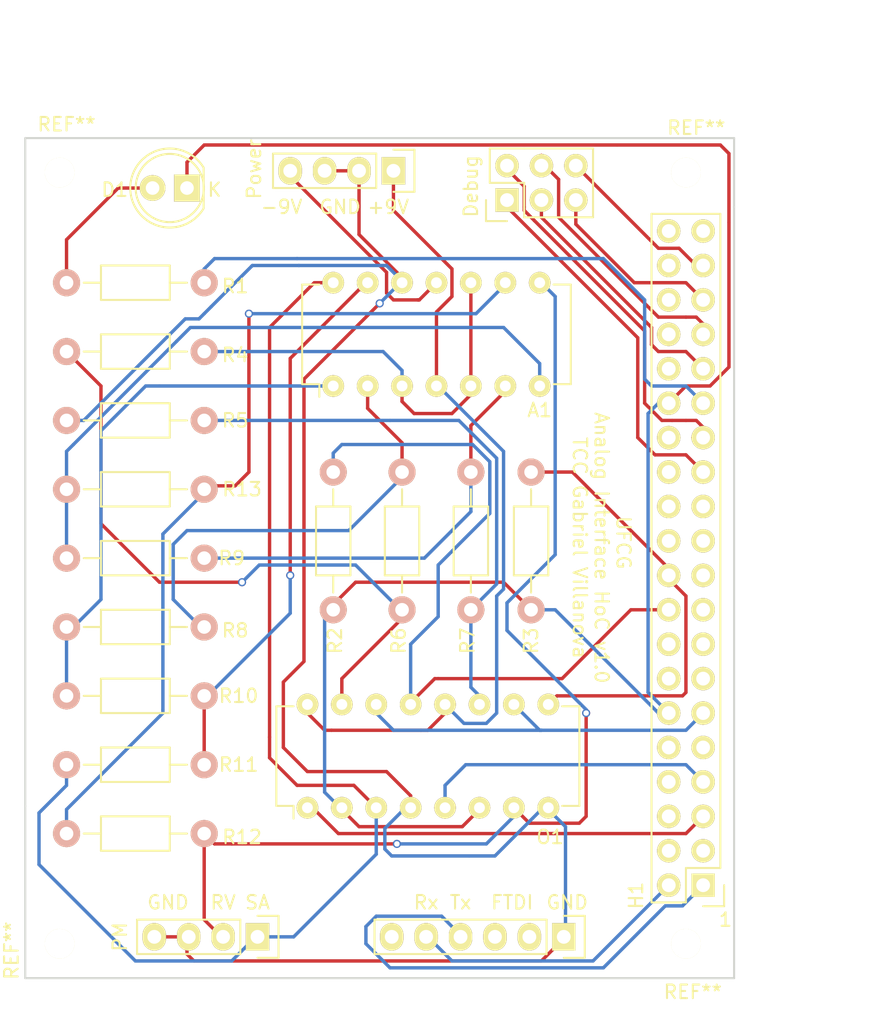
<source format=kicad_pcb>
(kicad_pcb (version 4) (host pcbnew 4.0.4-1.fc24-product)

  (general
    (links 61)
    (no_connects 0)
    (area 119.802 52.545 188.19 127.821)
    (thickness 1.6)
    (drawings 19)
    (tracks 367)
    (zones 0)
    (modules 25)
    (nets 58)
  )

  (page A4)
  (layers
    (0 F.Cu signal)
    (31 B.Cu signal)
    (32 B.Adhes user)
    (33 F.Adhes user)
    (34 B.Paste user)
    (35 F.Paste user)
    (36 B.SilkS user)
    (37 F.SilkS user)
    (38 B.Mask user)
    (39 F.Mask user)
    (40 Dwgs.User user)
    (41 Cmts.User user)
    (42 Eco1.User user)
    (43 Eco2.User user)
    (44 Edge.Cuts user)
    (45 Margin user)
    (46 B.CrtYd user)
    (47 F.CrtYd user)
    (48 B.Fab user)
    (49 F.Fab user)
  )

  (setup
    (last_trace_width 0.25)
    (trace_clearance 0.2)
    (zone_clearance 0.508)
    (zone_45_only no)
    (trace_min 0.2)
    (segment_width 0.2)
    (edge_width 0.15)
    (via_size 0.6)
    (via_drill 0.4)
    (via_min_size 0.4)
    (via_min_drill 0.3)
    (uvia_size 0.3)
    (uvia_drill 0.1)
    (uvias_allowed no)
    (uvia_min_size 0.2)
    (uvia_min_drill 0.1)
    (pcb_text_width 0.3)
    (pcb_text_size 1.5 1.5)
    (mod_edge_width 0.15)
    (mod_text_size 1 1)
    (mod_text_width 0.15)
    (pad_size 1.524 1.524)
    (pad_drill 0.762)
    (pad_to_mask_clearance 0.2)
    (aux_axis_origin 0 0)
    (visible_elements FFFFFF7F)
    (pcbplotparams
      (layerselection 0x00030_80000001)
      (usegerberextensions false)
      (excludeedgelayer true)
      (linewidth 0.100000)
      (plotframeref false)
      (viasonmask false)
      (mode 1)
      (useauxorigin false)
      (hpglpennumber 1)
      (hpglpenspeed 20)
      (hpglpendiameter 15)
      (hpglpenoverlay 2)
      (psnegative false)
      (psa4output false)
      (plotreference true)
      (plotvalue true)
      (plotinvisibletext false)
      (padsonsilk false)
      (subtractmaskfromsilk false)
      (outputformat 1)
      (mirror false)
      (drillshape 1)
      (scaleselection 1)
      (outputdirectory ""))
  )

  (net 0 "")
  (net 1 GND_FPGA)
  (net 2 "Net-(D1-Pad2)")
  (net 3 "Net-(L1-Pad1)")
  (net 4 "Net-(L1-Pad2)")
  (net 5 "Net-(L1-Pad6)")
  (net 6 "Net-(L1-Pad7)")
  (net 7 RV_pace)
  (net 8 "Net-(L1-Pad9)")
  (net 9 "Net-(L1-Pad10)")
  (net 10 GND)
  (net 11 "Net-(L1-Pad13)")
  (net 12 RA_pace)
  (net 13 SA_out)
  (net 14 RV_out)
  (net 15 vpace_in)
  (net 16 5V_FPGA)
  (net 17 "Net-(O1-Pad11)")
  (net 18 +9V)
  (net 19 apace_in)
  (net 20 "Net-(O1-Pad15)")
  (net 21 "Net-(P1-Pad2)")
  (net 22 "Net-(P1-Pad3)")
  (net 23 rx_fpga)
  (net 24 "Net-(P1-Pad6)")
  (net 25 "Net-(P2-Pad3)")
  (net 26 "Net-(P2-Pad4)")
  (net 27 NA2widened)
  (net 28 NA4widened)
  (net 29 NA5widened)
  (net 30 NA6widened)
  (net 31 NA7widened)
  (net 32 "Net-(P2-Pad14)")
  (net 33 "Net-(P2-Pad15)")
  (net 34 "Net-(P2-Pad16)")
  (net 35 "Net-(P2-Pad17)")
  (net 36 !normalLEDout)
  (net 37 !bradyLEDout)
  (net 38 "Net-(P2-Pad22)")
  (net 39 !tachyLEDout)
  (net 40 "Net-(P2-Pad24)")
  (net 41 tx_go)
  (net 42 "Net-(P2-Pad26)")
  (net 43 CLOCK_1_5)
  (net 44 "Net-(P2-Pad28)")
  (net 45 3V3_FPGA)
  (net 46 NA1out)
  (net 47 "Net-(P2-Pad32)")
  (net 48 apace_latch)
  (net 49 "Net-(P2-Pad34)")
  (net 50 NA3out)
  (net 51 "Net-(P2-Pad36)")
  (net 52 vpace_latch)
  (net 53 "Net-(P2-Pad38)")
  (net 54 "Net-(P2-Pad39)")
  (net 55 "Net-(P2-Pad40)")
  (net 56 -9V)
  (net 57 tx_fpga)

  (net_class Default "This is the default net class."
    (clearance 0.2)
    (trace_width 0.25)
    (via_dia 0.6)
    (via_drill 0.4)
    (uvia_dia 0.3)
    (uvia_drill 0.1)
    (add_net !bradyLEDout)
    (add_net !normalLEDout)
    (add_net !tachyLEDout)
    (add_net +9V)
    (add_net -9V)
    (add_net 3V3_FPGA)
    (add_net 5V_FPGA)
    (add_net CLOCK_1_5)
    (add_net GND)
    (add_net GND_FPGA)
    (add_net NA1out)
    (add_net NA2widened)
    (add_net NA3out)
    (add_net NA4widened)
    (add_net NA5widened)
    (add_net NA6widened)
    (add_net NA7widened)
    (add_net "Net-(D1-Pad2)")
    (add_net "Net-(L1-Pad1)")
    (add_net "Net-(L1-Pad10)")
    (add_net "Net-(L1-Pad13)")
    (add_net "Net-(L1-Pad2)")
    (add_net "Net-(L1-Pad6)")
    (add_net "Net-(L1-Pad7)")
    (add_net "Net-(L1-Pad9)")
    (add_net "Net-(O1-Pad11)")
    (add_net "Net-(O1-Pad15)")
    (add_net "Net-(P1-Pad2)")
    (add_net "Net-(P1-Pad3)")
    (add_net "Net-(P1-Pad6)")
    (add_net "Net-(P2-Pad14)")
    (add_net "Net-(P2-Pad15)")
    (add_net "Net-(P2-Pad16)")
    (add_net "Net-(P2-Pad17)")
    (add_net "Net-(P2-Pad22)")
    (add_net "Net-(P2-Pad24)")
    (add_net "Net-(P2-Pad26)")
    (add_net "Net-(P2-Pad28)")
    (add_net "Net-(P2-Pad3)")
    (add_net "Net-(P2-Pad32)")
    (add_net "Net-(P2-Pad34)")
    (add_net "Net-(P2-Pad36)")
    (add_net "Net-(P2-Pad38)")
    (add_net "Net-(P2-Pad39)")
    (add_net "Net-(P2-Pad4)")
    (add_net "Net-(P2-Pad40)")
    (add_net RA_pace)
    (add_net RV_out)
    (add_net RV_pace)
    (add_net SA_out)
    (add_net apace_in)
    (add_net apace_latch)
    (add_net rx_fpga)
    (add_net tx_fpga)
    (add_net tx_go)
    (add_net vpace_in)
    (add_net vpace_latch)
  )

  (module Pin_Headers:Pin_Header_Straight_1x04 (layer F.Cu) (tedit 5BECF7DD) (tstamp 5BF2F75D)
    (at 138.938 121.158 270)
    (descr "Through hole pin header")
    (tags "pin header")
    (path /5BEC927C)
    (fp_text reference PM (at 0 10.16 270) (layer F.SilkS)
      (effects (font (size 1 1) (thickness 0.15)))
    )
    (fp_text value CONN_01X04 (at 5.588 3.556 360) (layer F.Fab)
      (effects (font (size 1 1) (thickness 0.15)))
    )
    (fp_line (start -1.75 -1.75) (end -1.75 9.4) (layer F.CrtYd) (width 0.05))
    (fp_line (start 1.75 -1.75) (end 1.75 9.4) (layer F.CrtYd) (width 0.05))
    (fp_line (start -1.75 -1.75) (end 1.75 -1.75) (layer F.CrtYd) (width 0.05))
    (fp_line (start -1.75 9.4) (end 1.75 9.4) (layer F.CrtYd) (width 0.05))
    (fp_line (start -1.27 1.27) (end -1.27 8.89) (layer F.SilkS) (width 0.15))
    (fp_line (start 1.27 1.27) (end 1.27 8.89) (layer F.SilkS) (width 0.15))
    (fp_line (start 1.55 -1.55) (end 1.55 0) (layer F.SilkS) (width 0.15))
    (fp_line (start -1.27 8.89) (end 1.27 8.89) (layer F.SilkS) (width 0.15))
    (fp_line (start 1.27 1.27) (end -1.27 1.27) (layer F.SilkS) (width 0.15))
    (fp_line (start -1.55 0) (end -1.55 -1.55) (layer F.SilkS) (width 0.15))
    (fp_line (start -1.55 -1.55) (end 1.55 -1.55) (layer F.SilkS) (width 0.15))
    (pad 1 thru_hole rect (at 0 0 270) (size 2.032 1.7272) (drill 1.016) (layers *.Cu *.Mask F.SilkS)
      (net 12 RA_pace))
    (pad 2 thru_hole oval (at 0 2.54 270) (size 2.032 1.7272) (drill 1.016) (layers *.Cu *.Mask F.SilkS)
      (net 7 RV_pace))
    (pad 3 thru_hole oval (at 0 5.08 270) (size 2.032 1.7272) (drill 1.016) (layers *.Cu *.Mask F.SilkS)
      (net 10 GND))
    (pad 4 thru_hole oval (at 0 7.62 270) (size 2.032 1.7272) (drill 1.016) (layers *.Cu *.Mask F.SilkS)
      (net 10 GND))
    (model Pin_Headers.3dshapes/Pin_Header_Straight_1x04.wrl
      (at (xyz 0 -0.15 0))
      (scale (xyz 1 1 1))
      (rotate (xyz 0 0 90))
    )
  )

  (module Pin_Headers:Pin_Header_Straight_1x04 (layer F.Cu) (tedit 5BECF737) (tstamp 5BEF32A2)
    (at 148.971 64.643 270)
    (descr "Through hole pin header")
    (tags "pin header")
    (path /5BEC917C)
    (fp_text reference Power (at -0.127 10.287 270) (layer F.SilkS)
      (effects (font (size 1 1) (thickness 0.15)))
    )
    (fp_text value CONN_01X04 (at -3.429 3.556 360) (layer F.Fab)
      (effects (font (size 1 1) (thickness 0.15)))
    )
    (fp_line (start -1.75 -1.75) (end -1.75 9.4) (layer F.CrtYd) (width 0.05))
    (fp_line (start 1.75 -1.75) (end 1.75 9.4) (layer F.CrtYd) (width 0.05))
    (fp_line (start -1.75 -1.75) (end 1.75 -1.75) (layer F.CrtYd) (width 0.05))
    (fp_line (start -1.75 9.4) (end 1.75 9.4) (layer F.CrtYd) (width 0.05))
    (fp_line (start -1.27 1.27) (end -1.27 8.89) (layer F.SilkS) (width 0.15))
    (fp_line (start 1.27 1.27) (end 1.27 8.89) (layer F.SilkS) (width 0.15))
    (fp_line (start 1.55 -1.55) (end 1.55 0) (layer F.SilkS) (width 0.15))
    (fp_line (start -1.27 8.89) (end 1.27 8.89) (layer F.SilkS) (width 0.15))
    (fp_line (start 1.27 1.27) (end -1.27 1.27) (layer F.SilkS) (width 0.15))
    (fp_line (start -1.55 0) (end -1.55 -1.55) (layer F.SilkS) (width 0.15))
    (fp_line (start -1.55 -1.55) (end 1.55 -1.55) (layer F.SilkS) (width 0.15))
    (pad 1 thru_hole rect (at 0 0 270) (size 2.032 1.7272) (drill 1.016) (layers *.Cu *.Mask F.SilkS)
      (net 18 +9V))
    (pad 2 thru_hole oval (at 0 2.54 270) (size 2.032 1.7272) (drill 1.016) (layers *.Cu *.Mask F.SilkS)
      (net 10 GND))
    (pad 3 thru_hole oval (at 0 5.08 270) (size 2.032 1.7272) (drill 1.016) (layers *.Cu *.Mask F.SilkS)
      (net 10 GND))
    (pad 4 thru_hole oval (at 0 7.62 270) (size 2.032 1.7272) (drill 1.016) (layers *.Cu *.Mask F.SilkS)
      (net 56 -9V))
    (model Pin_Headers.3dshapes/Pin_Header_Straight_1x04.wrl
      (at (xyz 0 -0.15 0))
      (scale (xyz 1 1 1))
      (rotate (xyz 0 0 90))
    )
  )

  (module LEDs:LED-5MM (layer F.Cu) (tedit 5BECF28E) (tstamp 5BEF31DC)
    (at 133.731 65.913 180)
    (descr "LED 5mm round vertical")
    (tags "LED 5mm round vertical")
    (path /5BECF021)
    (fp_text reference D1 (at 5.334 -0.127 180) (layer F.SilkS)
      (effects (font (size 1 1) (thickness 0.15)))
    )
    (fp_text value LED (at 1.524 -3.937 180) (layer F.Fab)
      (effects (font (size 1 1) (thickness 0.15)))
    )
    (fp_line (start -1.5 -1.55) (end -1.5 1.55) (layer F.CrtYd) (width 0.05))
    (fp_arc (start 1.3 0) (end -1.5 1.55) (angle -302) (layer F.CrtYd) (width 0.05))
    (fp_arc (start 1.27 0) (end -1.23 -1.5) (angle 297.5) (layer F.SilkS) (width 0.15))
    (fp_line (start -1.23 1.5) (end -1.23 -1.5) (layer F.SilkS) (width 0.15))
    (fp_circle (center 1.27 0) (end 0.97 -2.5) (layer F.SilkS) (width 0.15))
    (fp_text user K (at -2.032 -0.127 180) (layer F.SilkS)
      (effects (font (size 1 1) (thickness 0.15)))
    )
    (pad 1 thru_hole rect (at 0 0 270) (size 2 1.9) (drill 1.00076) (layers *.Cu *.Mask F.SilkS)
      (net 1 GND_FPGA))
    (pad 2 thru_hole circle (at 2.54 0 180) (size 1.9 1.9) (drill 1.00076) (layers *.Cu *.Mask F.SilkS)
      (net 2 "Net-(D1-Pad2)"))
    (model LEDs.3dshapes/LED-5MM.wrl
      (at (xyz 0.05 0 0))
      (scale (xyz 1 1 1))
      (rotate (xyz 0 0 90))
    )
  )

  (module Housings_DIP:DIP-14_W7.62mm (layer F.Cu) (tedit 5BECF7A7) (tstamp 5BEF31F9)
    (at 144.526 80.518 90)
    (descr "14-lead dip package, row spacing 7.62 mm (300 mils)")
    (tags "dil dip 2.54 300")
    (path /5BECCF65)
    (fp_text reference A1 (at -1.778 15.24 180) (layer F.SilkS)
      (effects (font (size 1 1) (thickness 0.15)))
    )
    (fp_text value LF347N (at -1.905 8.255 180) (layer F.Fab)
      (effects (font (size 1 1) (thickness 0.15)))
    )
    (fp_line (start -1.05 -2.45) (end -1.05 17.7) (layer F.CrtYd) (width 0.05))
    (fp_line (start 8.65 -2.45) (end 8.65 17.7) (layer F.CrtYd) (width 0.05))
    (fp_line (start -1.05 -2.45) (end 8.65 -2.45) (layer F.CrtYd) (width 0.05))
    (fp_line (start -1.05 17.7) (end 8.65 17.7) (layer F.CrtYd) (width 0.05))
    (fp_line (start 0.135 -2.295) (end 0.135 -1.025) (layer F.SilkS) (width 0.15))
    (fp_line (start 7.485 -2.295) (end 7.485 -1.025) (layer F.SilkS) (width 0.15))
    (fp_line (start 7.485 17.535) (end 7.485 16.265) (layer F.SilkS) (width 0.15))
    (fp_line (start 0.135 17.535) (end 0.135 16.265) (layer F.SilkS) (width 0.15))
    (fp_line (start 0.135 -2.295) (end 7.485 -2.295) (layer F.SilkS) (width 0.15))
    (fp_line (start 0.135 17.535) (end 7.485 17.535) (layer F.SilkS) (width 0.15))
    (fp_line (start 0.135 -1.025) (end -0.8 -1.025) (layer F.SilkS) (width 0.15))
    (pad 1 thru_hole oval (at 0 0 90) (size 1.6 1.6) (drill 0.8) (layers *.Cu *.Mask F.SilkS)
      (net 3 "Net-(L1-Pad1)"))
    (pad 2 thru_hole oval (at 0 2.54 90) (size 1.6 1.6) (drill 0.8) (layers *.Cu *.Mask F.SilkS)
      (net 4 "Net-(L1-Pad2)"))
    (pad 3 thru_hole oval (at 0 5.08 90) (size 1.6 1.6) (drill 0.8) (layers *.Cu *.Mask F.SilkS)
      (net 9 "Net-(L1-Pad10)"))
    (pad 4 thru_hole oval (at 0 7.62 90) (size 1.6 1.6) (drill 0.8) (layers *.Cu *.Mask F.SilkS)
      (net 18 +9V))
    (pad 5 thru_hole oval (at 0 10.16 90) (size 1.6 1.6) (drill 0.8) (layers *.Cu *.Mask F.SilkS)
      (net 9 "Net-(L1-Pad10)"))
    (pad 6 thru_hole oval (at 0 12.7 90) (size 1.6 1.6) (drill 0.8) (layers *.Cu *.Mask F.SilkS)
      (net 5 "Net-(L1-Pad6)"))
    (pad 7 thru_hole oval (at 0 15.24 90) (size 1.6 1.6) (drill 0.8) (layers *.Cu *.Mask F.SilkS)
      (net 6 "Net-(L1-Pad7)"))
    (pad 8 thru_hole oval (at 7.62 15.24 90) (size 1.6 1.6) (drill 0.8) (layers *.Cu *.Mask F.SilkS)
      (net 7 RV_pace))
    (pad 9 thru_hole oval (at 7.62 12.7 90) (size 1.6 1.6) (drill 0.8) (layers *.Cu *.Mask F.SilkS)
      (net 8 "Net-(L1-Pad9)"))
    (pad 10 thru_hole oval (at 7.62 10.16 90) (size 1.6 1.6) (drill 0.8) (layers *.Cu *.Mask F.SilkS)
      (net 9 "Net-(L1-Pad10)"))
    (pad 11 thru_hole oval (at 7.62 7.62 90) (size 1.6 1.6) (drill 0.8) (layers *.Cu *.Mask F.SilkS)
      (net 56 -9V))
    (pad 12 thru_hole oval (at 7.62 5.08 90) (size 1.6 1.6) (drill 0.8) (layers *.Cu *.Mask F.SilkS)
      (net 10 GND))
    (pad 13 thru_hole oval (at 7.62 2.54 90) (size 1.6 1.6) (drill 0.8) (layers *.Cu *.Mask F.SilkS)
      (net 11 "Net-(L1-Pad13)"))
    (pad 14 thru_hole oval (at 7.62 0 90) (size 1.6 1.6) (drill 0.8) (layers *.Cu *.Mask F.SilkS)
      (net 12 RA_pace))
    (model Housings_DIP.3dshapes/DIP-14_W7.62mm.wrl
      (at (xyz 0 0 0))
      (scale (xyz 1 1 1))
      (rotate (xyz 0 0 0))
    )
  )

  (module Housings_DIP:DIP-16_W7.62mm (layer F.Cu) (tedit 5BECF7AB) (tstamp 5BEF3218)
    (at 142.621 111.633 90)
    (descr "16-lead dip package, row spacing 7.62 mm (300 mils)")
    (tags "dil dip 2.54 300")
    (path /5BEE3C38)
    (fp_text reference O1 (at -2.159 17.907 180) (layer F.SilkS)
      (effects (font (size 1 1) (thickness 0.15)))
    )
    (fp_text value TLP624-4 (at -1.905 8.89 180) (layer F.Fab)
      (effects (font (size 1 1) (thickness 0.15)))
    )
    (fp_line (start -1.05 -2.45) (end -1.05 20.25) (layer F.CrtYd) (width 0.05))
    (fp_line (start 8.65 -2.45) (end 8.65 20.25) (layer F.CrtYd) (width 0.05))
    (fp_line (start -1.05 -2.45) (end 8.65 -2.45) (layer F.CrtYd) (width 0.05))
    (fp_line (start -1.05 20.25) (end 8.65 20.25) (layer F.CrtYd) (width 0.05))
    (fp_line (start 0.135 -2.295) (end 0.135 -1.025) (layer F.SilkS) (width 0.15))
    (fp_line (start 7.485 -2.295) (end 7.485 -1.025) (layer F.SilkS) (width 0.15))
    (fp_line (start 7.485 20.075) (end 7.485 18.805) (layer F.SilkS) (width 0.15))
    (fp_line (start 0.135 20.075) (end 0.135 18.805) (layer F.SilkS) (width 0.15))
    (fp_line (start 0.135 -2.295) (end 7.485 -2.295) (layer F.SilkS) (width 0.15))
    (fp_line (start 0.135 20.075) (end 7.485 20.075) (layer F.SilkS) (width 0.15))
    (fp_line (start 0.135 -1.025) (end -0.8 -1.025) (layer F.SilkS) (width 0.15))
    (pad 1 thru_hole oval (at 0 0 90) (size 1.6 1.6) (drill 0.8) (layers *.Cu *.Mask F.SilkS)
      (net 13 SA_out))
    (pad 2 thru_hole oval (at 0 2.54 90) (size 1.6 1.6) (drill 0.8) (layers *.Cu *.Mask F.SilkS)
      (net 1 GND_FPGA))
    (pad 3 thru_hole oval (at 0 5.08 90) (size 1.6 1.6) (drill 0.8) (layers *.Cu *.Mask F.SilkS)
      (net 12 RA_pace))
    (pad 4 thru_hole oval (at 0 7.62 90) (size 1.6 1.6) (drill 0.8) (layers *.Cu *.Mask F.SilkS)
      (net 10 GND))
    (pad 5 thru_hole oval (at 0 10.16 90) (size 1.6 1.6) (drill 0.8) (layers *.Cu *.Mask F.SilkS)
      (net 14 RV_out))
    (pad 6 thru_hole oval (at 0 12.7 90) (size 1.6 1.6) (drill 0.8) (layers *.Cu *.Mask F.SilkS)
      (net 1 GND_FPGA))
    (pad 7 thru_hole oval (at 0 15.24 90) (size 1.6 1.6) (drill 0.8) (layers *.Cu *.Mask F.SilkS)
      (net 7 RV_pace))
    (pad 8 thru_hole oval (at 0 17.78 90) (size 1.6 1.6) (drill 0.8) (layers *.Cu *.Mask F.SilkS)
      (net 10 GND))
    (pad 9 thru_hole oval (at 7.62 17.78 90) (size 1.6 1.6) (drill 0.8) (layers *.Cu *.Mask F.SilkS)
      (net 15 vpace_in))
    (pad 10 thru_hole oval (at 7.62 15.24 90) (size 1.6 1.6) (drill 0.8) (layers *.Cu *.Mask F.SilkS)
      (net 16 5V_FPGA))
    (pad 11 thru_hole oval (at 7.62 12.7 90) (size 1.6 1.6) (drill 0.8) (layers *.Cu *.Mask F.SilkS)
      (net 17 "Net-(O1-Pad11)"))
    (pad 12 thru_hole oval (at 7.62 10.16 90) (size 1.6 1.6) (drill 0.8) (layers *.Cu *.Mask F.SilkS)
      (net 18 +9V))
    (pad 13 thru_hole oval (at 7.62 7.62 90) (size 1.6 1.6) (drill 0.8) (layers *.Cu *.Mask F.SilkS)
      (net 19 apace_in))
    (pad 14 thru_hole oval (at 7.62 5.08 90) (size 1.6 1.6) (drill 0.8) (layers *.Cu *.Mask F.SilkS)
      (net 16 5V_FPGA))
    (pad 15 thru_hole oval (at 7.62 2.54 90) (size 1.6 1.6) (drill 0.8) (layers *.Cu *.Mask F.SilkS)
      (net 20 "Net-(O1-Pad15)"))
    (pad 16 thru_hole oval (at 7.62 0 90) (size 1.6 1.6) (drill 0.8) (layers *.Cu *.Mask F.SilkS)
      (net 18 +9V))
    (model Housings_DIP.3dshapes/DIP-16_W7.62mm.wrl
      (at (xyz 0 0 0))
      (scale (xyz 1 1 1))
      (rotate (xyz 0 0 0))
    )
  )

  (module Pin_Headers:Pin_Header_Straight_2x20 (layer F.Cu) (tedit 5BECF7EC) (tstamp 5BEF3265)
    (at 171.831 117.348 180)
    (descr "Through hole pin header")
    (tags "pin header")
    (path /5BEC7A9A)
    (fp_text reference H1 (at 4.953 -0.762 270) (layer F.SilkS)
      (effects (font (size 1 1) (thickness 0.15)))
    )
    (fp_text value CONN_02X20 (at 5.08 3.175 270) (layer F.Fab)
      (effects (font (size 1 1) (thickness 0.15)))
    )
    (fp_line (start -1.75 -1.75) (end -1.75 50.05) (layer F.CrtYd) (width 0.05))
    (fp_line (start 4.3 -1.75) (end 4.3 50.05) (layer F.CrtYd) (width 0.05))
    (fp_line (start -1.75 -1.75) (end 4.3 -1.75) (layer F.CrtYd) (width 0.05))
    (fp_line (start -1.75 50.05) (end 4.3 50.05) (layer F.CrtYd) (width 0.05))
    (fp_line (start 3.81 49.53) (end 3.81 -1.27) (layer F.SilkS) (width 0.15))
    (fp_line (start -1.27 1.27) (end -1.27 49.53) (layer F.SilkS) (width 0.15))
    (fp_line (start 3.81 49.53) (end -1.27 49.53) (layer F.SilkS) (width 0.15))
    (fp_line (start 3.81 -1.27) (end 1.27 -1.27) (layer F.SilkS) (width 0.15))
    (fp_line (start 0 -1.55) (end -1.55 -1.55) (layer F.SilkS) (width 0.15))
    (fp_line (start 1.27 -1.27) (end 1.27 1.27) (layer F.SilkS) (width 0.15))
    (fp_line (start 1.27 1.27) (end -1.27 1.27) (layer F.SilkS) (width 0.15))
    (fp_line (start -1.55 -1.55) (end -1.55 0) (layer F.SilkS) (width 0.15))
    (pad 1 thru_hole rect (at 0 0 180) (size 1.7272 1.7272) (drill 1.016) (layers *.Cu *.Mask F.SilkS)
      (net 23 rx_fpga))
    (pad 2 thru_hole oval (at 2.54 0 180) (size 1.7272 1.7272) (drill 1.016) (layers *.Cu *.Mask F.SilkS)
      (net 57 tx_fpga))
    (pad 3 thru_hole oval (at 0 2.54 180) (size 1.7272 1.7272) (drill 1.016) (layers *.Cu *.Mask F.SilkS)
      (net 25 "Net-(P2-Pad3)"))
    (pad 4 thru_hole oval (at 2.54 2.54 180) (size 1.7272 1.7272) (drill 1.016) (layers *.Cu *.Mask F.SilkS)
      (net 26 "Net-(P2-Pad4)"))
    (pad 5 thru_hole oval (at 0 5.08 180) (size 1.7272 1.7272) (drill 1.016) (layers *.Cu *.Mask F.SilkS)
      (net 13 SA_out))
    (pad 6 thru_hole oval (at 2.54 5.08 180) (size 1.7272 1.7272) (drill 1.016) (layers *.Cu *.Mask F.SilkS)
      (net 27 NA2widened))
    (pad 7 thru_hole oval (at 0 7.62 180) (size 1.7272 1.7272) (drill 1.016) (layers *.Cu *.Mask F.SilkS)
      (net 14 RV_out))
    (pad 8 thru_hole oval (at 2.54 7.62 180) (size 1.7272 1.7272) (drill 1.016) (layers *.Cu *.Mask F.SilkS)
      (net 28 NA4widened))
    (pad 9 thru_hole oval (at 0 10.16 180) (size 1.7272 1.7272) (drill 1.016) (layers *.Cu *.Mask F.SilkS)
      (net 29 NA5widened))
    (pad 10 thru_hole oval (at 2.54 10.16 180) (size 1.7272 1.7272) (drill 1.016) (layers *.Cu *.Mask F.SilkS)
      (net 30 NA6widened))
    (pad 11 thru_hole oval (at 0 12.7 180) (size 1.7272 1.7272) (drill 1.016) (layers *.Cu *.Mask F.SilkS)
      (net 16 5V_FPGA))
    (pad 12 thru_hole oval (at 2.54 12.7 180) (size 1.7272 1.7272) (drill 1.016) (layers *.Cu *.Mask F.SilkS)
      (net 1 GND_FPGA))
    (pad 13 thru_hole oval (at 0 15.24 180) (size 1.7272 1.7272) (drill 1.016) (layers *.Cu *.Mask F.SilkS)
      (net 31 NA7widened))
    (pad 14 thru_hole oval (at 2.54 15.24 180) (size 1.7272 1.7272) (drill 1.016) (layers *.Cu *.Mask F.SilkS)
      (net 32 "Net-(P2-Pad14)"))
    (pad 15 thru_hole oval (at 0 17.78 180) (size 1.7272 1.7272) (drill 1.016) (layers *.Cu *.Mask F.SilkS)
      (net 33 "Net-(P2-Pad15)"))
    (pad 16 thru_hole oval (at 2.54 17.78 180) (size 1.7272 1.7272) (drill 1.016) (layers *.Cu *.Mask F.SilkS)
      (net 34 "Net-(P2-Pad16)"))
    (pad 17 thru_hole oval (at 0 20.32 180) (size 1.7272 1.7272) (drill 1.016) (layers *.Cu *.Mask F.SilkS)
      (net 35 "Net-(P2-Pad17)"))
    (pad 18 thru_hole oval (at 2.54 20.32 180) (size 1.7272 1.7272) (drill 1.016) (layers *.Cu *.Mask F.SilkS)
      (net 19 apace_in))
    (pad 19 thru_hole oval (at 0 22.86 180) (size 1.7272 1.7272) (drill 1.016) (layers *.Cu *.Mask F.SilkS)
      (net 36 !normalLEDout))
    (pad 20 thru_hole oval (at 2.54 22.86 180) (size 1.7272 1.7272) (drill 1.016) (layers *.Cu *.Mask F.SilkS)
      (net 15 vpace_in))
    (pad 21 thru_hole oval (at 0 25.4 180) (size 1.7272 1.7272) (drill 1.016) (layers *.Cu *.Mask F.SilkS)
      (net 37 !bradyLEDout))
    (pad 22 thru_hole oval (at 2.54 25.4 180) (size 1.7272 1.7272) (drill 1.016) (layers *.Cu *.Mask F.SilkS)
      (net 38 "Net-(P2-Pad22)"))
    (pad 23 thru_hole oval (at 0 27.94 180) (size 1.7272 1.7272) (drill 1.016) (layers *.Cu *.Mask F.SilkS)
      (net 39 !tachyLEDout))
    (pad 24 thru_hole oval (at 2.54 27.94 180) (size 1.7272 1.7272) (drill 1.016) (layers *.Cu *.Mask F.SilkS)
      (net 40 "Net-(P2-Pad24)"))
    (pad 25 thru_hole oval (at 0 30.48 180) (size 1.7272 1.7272) (drill 1.016) (layers *.Cu *.Mask F.SilkS)
      (net 41 tx_go))
    (pad 26 thru_hole oval (at 2.54 30.48 180) (size 1.7272 1.7272) (drill 1.016) (layers *.Cu *.Mask F.SilkS)
      (net 42 "Net-(P2-Pad26)"))
    (pad 27 thru_hole oval (at 0 33.02 180) (size 1.7272 1.7272) (drill 1.016) (layers *.Cu *.Mask F.SilkS)
      (net 43 CLOCK_1_5))
    (pad 28 thru_hole oval (at 2.54 33.02 180) (size 1.7272 1.7272) (drill 1.016) (layers *.Cu *.Mask F.SilkS)
      (net 44 "Net-(P2-Pad28)"))
    (pad 29 thru_hole oval (at 0 35.56 180) (size 1.7272 1.7272) (drill 1.016) (layers *.Cu *.Mask F.SilkS)
      (net 45 3V3_FPGA))
    (pad 30 thru_hole oval (at 2.54 35.56 180) (size 1.7272 1.7272) (drill 1.016) (layers *.Cu *.Mask F.SilkS)
      (net 1 GND_FPGA))
    (pad 31 thru_hole oval (at 0 38.1 180) (size 1.7272 1.7272) (drill 1.016) (layers *.Cu *.Mask F.SilkS)
      (net 46 NA1out))
    (pad 32 thru_hole oval (at 2.54 38.1 180) (size 1.7272 1.7272) (drill 1.016) (layers *.Cu *.Mask F.SilkS)
      (net 47 "Net-(P2-Pad32)"))
    (pad 33 thru_hole oval (at 0 40.64 180) (size 1.7272 1.7272) (drill 1.016) (layers *.Cu *.Mask F.SilkS)
      (net 48 apace_latch))
    (pad 34 thru_hole oval (at 2.54 40.64 180) (size 1.7272 1.7272) (drill 1.016) (layers *.Cu *.Mask F.SilkS)
      (net 49 "Net-(P2-Pad34)"))
    (pad 35 thru_hole oval (at 0 43.18 180) (size 1.7272 1.7272) (drill 1.016) (layers *.Cu *.Mask F.SilkS)
      (net 50 NA3out))
    (pad 36 thru_hole oval (at 2.54 43.18 180) (size 1.7272 1.7272) (drill 1.016) (layers *.Cu *.Mask F.SilkS)
      (net 51 "Net-(P2-Pad36)"))
    (pad 37 thru_hole oval (at 0 45.72 180) (size 1.7272 1.7272) (drill 1.016) (layers *.Cu *.Mask F.SilkS)
      (net 52 vpace_latch))
    (pad 38 thru_hole oval (at 2.54 45.72 180) (size 1.7272 1.7272) (drill 1.016) (layers *.Cu *.Mask F.SilkS)
      (net 53 "Net-(P2-Pad38)"))
    (pad 39 thru_hole oval (at 0 48.26 180) (size 1.7272 1.7272) (drill 1.016) (layers *.Cu *.Mask F.SilkS)
      (net 54 "Net-(P2-Pad39)"))
    (pad 40 thru_hole oval (at 2.54 48.26 180) (size 1.7272 1.7272) (drill 1.016) (layers *.Cu *.Mask F.SilkS)
      (net 55 "Net-(P2-Pad40)"))
    (model Pin_Headers.3dshapes/Pin_Header_Straight_2x20.wrl
      (at (xyz 0.05 -0.95 0))
      (scale (xyz 1 1 1))
      (rotate (xyz 0 0 90))
    )
  )

  (module Pin_Headers:Pin_Header_Straight_2x03 (layer F.Cu) (tedit 5BECF73A) (tstamp 5BEF327C)
    (at 157.353 66.802 90)
    (descr "Through hole pin header")
    (tags "pin header")
    (path /5BECE2BF)
    (fp_text reference Debug (at 1.016 -2.667 90) (layer F.SilkS)
      (effects (font (size 1 1) (thickness 0.15)))
    )
    (fp_text value CONN_02X03 (at 5.588 2.54 180) (layer F.Fab)
      (effects (font (size 1 1) (thickness 0.15)))
    )
    (fp_line (start -1.27 1.27) (end -1.27 6.35) (layer F.SilkS) (width 0.15))
    (fp_line (start -1.55 -1.55) (end 0 -1.55) (layer F.SilkS) (width 0.15))
    (fp_line (start -1.75 -1.75) (end -1.75 6.85) (layer F.CrtYd) (width 0.05))
    (fp_line (start 4.3 -1.75) (end 4.3 6.85) (layer F.CrtYd) (width 0.05))
    (fp_line (start -1.75 -1.75) (end 4.3 -1.75) (layer F.CrtYd) (width 0.05))
    (fp_line (start -1.75 6.85) (end 4.3 6.85) (layer F.CrtYd) (width 0.05))
    (fp_line (start 1.27 -1.27) (end 1.27 1.27) (layer F.SilkS) (width 0.15))
    (fp_line (start 1.27 1.27) (end -1.27 1.27) (layer F.SilkS) (width 0.15))
    (fp_line (start -1.27 6.35) (end 3.81 6.35) (layer F.SilkS) (width 0.15))
    (fp_line (start 3.81 6.35) (end 3.81 1.27) (layer F.SilkS) (width 0.15))
    (fp_line (start -1.55 -1.55) (end -1.55 0) (layer F.SilkS) (width 0.15))
    (fp_line (start 3.81 -1.27) (end 1.27 -1.27) (layer F.SilkS) (width 0.15))
    (fp_line (start 3.81 1.27) (end 3.81 -1.27) (layer F.SilkS) (width 0.15))
    (pad 1 thru_hole rect (at 0 0 90) (size 1.7272 1.7272) (drill 1.016) (layers *.Cu *.Mask F.SilkS)
      (net 41 tx_go))
    (pad 2 thru_hole oval (at 2.54 0 90) (size 1.7272 1.7272) (drill 1.016) (layers *.Cu *.Mask F.SilkS)
      (net 43 CLOCK_1_5))
    (pad 3 thru_hole oval (at 0 2.54 90) (size 1.7272 1.7272) (drill 1.016) (layers *.Cu *.Mask F.SilkS)
      (net 46 NA1out))
    (pad 4 thru_hole oval (at 2.54 2.54 90) (size 1.7272 1.7272) (drill 1.016) (layers *.Cu *.Mask F.SilkS)
      (net 48 apace_latch))
    (pad 5 thru_hole oval (at 0 5.08 90) (size 1.7272 1.7272) (drill 1.016) (layers *.Cu *.Mask F.SilkS)
      (net 50 NA3out))
    (pad 6 thru_hole oval (at 2.54 5.08 90) (size 1.7272 1.7272) (drill 1.016) (layers *.Cu *.Mask F.SilkS)
      (net 52 vpace_latch))
    (model Pin_Headers.3dshapes/Pin_Header_Straight_2x03.wrl
      (at (xyz 0.05 -0.1 0))
      (scale (xyz 1 1 1))
      (rotate (xyz 0 0 90))
    )
  )

  (module Resistors_THT:Resistor_Horizontal_RM10mm (layer F.Cu) (tedit 5BECDFFF) (tstamp 5BEF32B2)
    (at 124.841 72.898)
    (descr "Resistor, Axial,  RM 10mm, 1/3W")
    (tags "Resistor Axial RM 10mm 1/3W")
    (path /5BECF914)
    (fp_text reference R1 (at 12.446 0.254 180) (layer F.SilkS)
      (effects (font (size 1 1) (thickness 0.15)))
    )
    (fp_text value 330 (at 5.08 0) (layer F.Fab)
      (effects (font (size 1 1) (thickness 0.15)))
    )
    (fp_line (start -1.25 -1.5) (end 11.4 -1.5) (layer F.CrtYd) (width 0.05))
    (fp_line (start -1.25 1.5) (end -1.25 -1.5) (layer F.CrtYd) (width 0.05))
    (fp_line (start 11.4 -1.5) (end 11.4 1.5) (layer F.CrtYd) (width 0.05))
    (fp_line (start -1.25 1.5) (end 11.4 1.5) (layer F.CrtYd) (width 0.05))
    (fp_line (start 2.54 -1.27) (end 7.62 -1.27) (layer F.SilkS) (width 0.15))
    (fp_line (start 7.62 -1.27) (end 7.62 1.27) (layer F.SilkS) (width 0.15))
    (fp_line (start 7.62 1.27) (end 2.54 1.27) (layer F.SilkS) (width 0.15))
    (fp_line (start 2.54 1.27) (end 2.54 -1.27) (layer F.SilkS) (width 0.15))
    (fp_line (start 2.54 0) (end 1.27 0) (layer F.SilkS) (width 0.15))
    (fp_line (start 7.62 0) (end 8.89 0) (layer F.SilkS) (width 0.15))
    (pad 1 thru_hole circle (at 0 0) (size 1.99898 1.99898) (drill 1.00076) (layers *.Cu *.SilkS *.Mask)
      (net 2 "Net-(D1-Pad2)"))
    (pad 2 thru_hole circle (at 10.16 0) (size 1.99898 1.99898) (drill 1.00076) (layers *.Cu *.SilkS *.Mask)
      (net 45 3V3_FPGA))
    (model Resistors_ThroughHole.3dshapes/Resistor_Horizontal_RM10mm.wrl
      (at (xyz 0.2 0 0))
      (scale (xyz 0.4 0.4 0.4))
      (rotate (xyz 0 0 0))
    )
  )

  (module Resistors_THT:Resistor_Horizontal_RM10mm (layer F.Cu) (tedit 5BECF2BB) (tstamp 5BEF32C2)
    (at 144.526 86.868 270)
    (descr "Resistor, Axial,  RM 10mm, 1/3W")
    (tags "Resistor Axial RM 10mm 1/3W")
    (path /5BEFD403)
    (fp_text reference R2 (at 12.446 -0.127 450) (layer F.SilkS)
      (effects (font (size 1 1) (thickness 0.15)))
    )
    (fp_text value 330 (at 5.08 0 270) (layer F.Fab)
      (effects (font (size 1 1) (thickness 0.15)))
    )
    (fp_line (start -1.25 -1.5) (end 11.4 -1.5) (layer F.CrtYd) (width 0.05))
    (fp_line (start -1.25 1.5) (end -1.25 -1.5) (layer F.CrtYd) (width 0.05))
    (fp_line (start 11.4 -1.5) (end 11.4 1.5) (layer F.CrtYd) (width 0.05))
    (fp_line (start -1.25 1.5) (end 11.4 1.5) (layer F.CrtYd) (width 0.05))
    (fp_line (start 2.54 -1.27) (end 7.62 -1.27) (layer F.SilkS) (width 0.15))
    (fp_line (start 7.62 -1.27) (end 7.62 1.27) (layer F.SilkS) (width 0.15))
    (fp_line (start 7.62 1.27) (end 2.54 1.27) (layer F.SilkS) (width 0.15))
    (fp_line (start 2.54 1.27) (end 2.54 -1.27) (layer F.SilkS) (width 0.15))
    (fp_line (start 2.54 0) (end 1.27 0) (layer F.SilkS) (width 0.15))
    (fp_line (start 7.62 0) (end 8.89 0) (layer F.SilkS) (width 0.15))
    (pad 1 thru_hole circle (at 0 0 270) (size 1.99898 1.99898) (drill 1.00076) (layers *.Cu *.SilkS *.Mask)
      (net 19 apace_in))
    (pad 2 thru_hole circle (at 10.16 0 270) (size 1.99898 1.99898) (drill 1.00076) (layers *.Cu *.SilkS *.Mask)
      (net 1 GND_FPGA))
    (model Resistors_ThroughHole.3dshapes/Resistor_Horizontal_RM10mm.wrl
      (at (xyz 0.2 0 0))
      (scale (xyz 0.4 0.4 0.4))
      (rotate (xyz 0 0 0))
    )
  )

  (module Resistors_THT:Resistor_Horizontal_RM10mm (layer F.Cu) (tedit 5BECF2B9) (tstamp 5BEF32D2)
    (at 159.131 97.028 90)
    (descr "Resistor, Axial,  RM 10mm, 1/3W")
    (tags "Resistor Axial RM 10mm 1/3W")
    (path /5BF096BD)
    (fp_text reference R3 (at -2.286 0 270) (layer F.SilkS)
      (effects (font (size 1 1) (thickness 0.15)))
    )
    (fp_text value 330 (at 5.08 0 90) (layer F.Fab)
      (effects (font (size 1 1) (thickness 0.15)))
    )
    (fp_line (start -1.25 -1.5) (end 11.4 -1.5) (layer F.CrtYd) (width 0.05))
    (fp_line (start -1.25 1.5) (end -1.25 -1.5) (layer F.CrtYd) (width 0.05))
    (fp_line (start 11.4 -1.5) (end 11.4 1.5) (layer F.CrtYd) (width 0.05))
    (fp_line (start -1.25 1.5) (end 11.4 1.5) (layer F.CrtYd) (width 0.05))
    (fp_line (start 2.54 -1.27) (end 7.62 -1.27) (layer F.SilkS) (width 0.15))
    (fp_line (start 7.62 -1.27) (end 7.62 1.27) (layer F.SilkS) (width 0.15))
    (fp_line (start 7.62 1.27) (end 2.54 1.27) (layer F.SilkS) (width 0.15))
    (fp_line (start 2.54 1.27) (end 2.54 -1.27) (layer F.SilkS) (width 0.15))
    (fp_line (start 2.54 0) (end 1.27 0) (layer F.SilkS) (width 0.15))
    (fp_line (start 7.62 0) (end 8.89 0) (layer F.SilkS) (width 0.15))
    (pad 1 thru_hole circle (at 0 0 90) (size 1.99898 1.99898) (drill 1.00076) (layers *.Cu *.SilkS *.Mask)
      (net 1 GND_FPGA))
    (pad 2 thru_hole circle (at 10.16 0 90) (size 1.99898 1.99898) (drill 1.00076) (layers *.Cu *.SilkS *.Mask)
      (net 15 vpace_in))
    (model Resistors_ThroughHole.3dshapes/Resistor_Horizontal_RM10mm.wrl
      (at (xyz 0.2 0 0))
      (scale (xyz 0.4 0.4 0.4))
      (rotate (xyz 0 0 0))
    )
  )

  (module Resistors_THT:Resistor_Horizontal_RM10mm (layer F.Cu) (tedit 5BECE00B) (tstamp 5BEF32E2)
    (at 124.841 77.978)
    (descr "Resistor, Axial,  RM 10mm, 1/3W")
    (tags "Resistor Axial RM 10mm 1/3W")
    (path /5BEFF470)
    (fp_text reference R4 (at 12.446 0.254) (layer F.SilkS)
      (effects (font (size 1 1) (thickness 0.15)))
    )
    (fp_text value 330 (at 5.08 0) (layer F.Fab)
      (effects (font (size 1 1) (thickness 0.15)))
    )
    (fp_line (start -1.25 -1.5) (end 11.4 -1.5) (layer F.CrtYd) (width 0.05))
    (fp_line (start -1.25 1.5) (end -1.25 -1.5) (layer F.CrtYd) (width 0.05))
    (fp_line (start 11.4 -1.5) (end 11.4 1.5) (layer F.CrtYd) (width 0.05))
    (fp_line (start -1.25 1.5) (end 11.4 1.5) (layer F.CrtYd) (width 0.05))
    (fp_line (start 2.54 -1.27) (end 7.62 -1.27) (layer F.SilkS) (width 0.15))
    (fp_line (start 7.62 -1.27) (end 7.62 1.27) (layer F.SilkS) (width 0.15))
    (fp_line (start 7.62 1.27) (end 2.54 1.27) (layer F.SilkS) (width 0.15))
    (fp_line (start 2.54 1.27) (end 2.54 -1.27) (layer F.SilkS) (width 0.15))
    (fp_line (start 2.54 0) (end 1.27 0) (layer F.SilkS) (width 0.15))
    (fp_line (start 7.62 0) (end 8.89 0) (layer F.SilkS) (width 0.15))
    (pad 1 thru_hole circle (at 0 0) (size 1.99898 1.99898) (drill 1.00076) (layers *.Cu *.SilkS *.Mask)
      (net 20 "Net-(O1-Pad15)"))
    (pad 2 thru_hole circle (at 10.16 0) (size 1.99898 1.99898) (drill 1.00076) (layers *.Cu *.SilkS *.Mask)
      (net 9 "Net-(L1-Pad10)"))
    (model Resistors_ThroughHole.3dshapes/Resistor_Horizontal_RM10mm.wrl
      (at (xyz 0.2 0 0))
      (scale (xyz 0.4 0.4 0.4))
      (rotate (xyz 0 0 0))
    )
  )

  (module Resistors_THT:Resistor_Horizontal_RM10mm (layer F.Cu) (tedit 5BECF293) (tstamp 5BEF32F2)
    (at 124.841 83.058)
    (descr "Resistor, Axial,  RM 10mm, 1/3W")
    (tags "Resistor Axial RM 10mm 1/3W")
    (path /5BF010C2)
    (fp_text reference R5 (at 12.446 0 180) (layer F.SilkS)
      (effects (font (size 1 1) (thickness 0.15)))
    )
    (fp_text value 330 (at 5.08 0) (layer F.Fab)
      (effects (font (size 1 1) (thickness 0.15)))
    )
    (fp_line (start -1.25 -1.5) (end 11.4 -1.5) (layer F.CrtYd) (width 0.05))
    (fp_line (start -1.25 1.5) (end -1.25 -1.5) (layer F.CrtYd) (width 0.05))
    (fp_line (start 11.4 -1.5) (end 11.4 1.5) (layer F.CrtYd) (width 0.05))
    (fp_line (start -1.25 1.5) (end 11.4 1.5) (layer F.CrtYd) (width 0.05))
    (fp_line (start 2.54 -1.27) (end 7.62 -1.27) (layer F.SilkS) (width 0.15))
    (fp_line (start 7.62 -1.27) (end 7.62 1.27) (layer F.SilkS) (width 0.15))
    (fp_line (start 7.62 1.27) (end 2.54 1.27) (layer F.SilkS) (width 0.15))
    (fp_line (start 2.54 1.27) (end 2.54 -1.27) (layer F.SilkS) (width 0.15))
    (fp_line (start 2.54 0) (end 1.27 0) (layer F.SilkS) (width 0.15))
    (fp_line (start 7.62 0) (end 8.89 0) (layer F.SilkS) (width 0.15))
    (pad 1 thru_hole circle (at 0 0) (size 1.99898 1.99898) (drill 1.00076) (layers *.Cu *.SilkS *.Mask)
      (net 10 GND))
    (pad 2 thru_hole circle (at 10.16 0) (size 1.99898 1.99898) (drill 1.00076) (layers *.Cu *.SilkS *.Mask)
      (net 17 "Net-(O1-Pad11)"))
    (model Resistors_ThroughHole.3dshapes/Resistor_Horizontal_RM10mm.wrl
      (at (xyz 0.2 0 0))
      (scale (xyz 0.4 0.4 0.4))
      (rotate (xyz 0 0 0))
    )
  )

  (module Resistors_THT:Resistor_Horizontal_RM10mm (layer F.Cu) (tedit 5BECE013) (tstamp 5BEF3302)
    (at 149.606 86.868 270)
    (descr "Resistor, Axial,  RM 10mm, 1/3W")
    (tags "Resistor Axial RM 10mm 1/3W")
    (path /5BEFF308)
    (fp_text reference R6 (at 12.446 0.254 450) (layer F.SilkS)
      (effects (font (size 1 1) (thickness 0.15)))
    )
    (fp_text value 100k (at 5.08 0 270) (layer F.Fab)
      (effects (font (size 1 1) (thickness 0.15)))
    )
    (fp_line (start -1.25 -1.5) (end 11.4 -1.5) (layer F.CrtYd) (width 0.05))
    (fp_line (start -1.25 1.5) (end -1.25 -1.5) (layer F.CrtYd) (width 0.05))
    (fp_line (start 11.4 -1.5) (end 11.4 1.5) (layer F.CrtYd) (width 0.05))
    (fp_line (start -1.25 1.5) (end 11.4 1.5) (layer F.CrtYd) (width 0.05))
    (fp_line (start 2.54 -1.27) (end 7.62 -1.27) (layer F.SilkS) (width 0.15))
    (fp_line (start 7.62 -1.27) (end 7.62 1.27) (layer F.SilkS) (width 0.15))
    (fp_line (start 7.62 1.27) (end 2.54 1.27) (layer F.SilkS) (width 0.15))
    (fp_line (start 2.54 1.27) (end 2.54 -1.27) (layer F.SilkS) (width 0.15))
    (fp_line (start 2.54 0) (end 1.27 0) (layer F.SilkS) (width 0.15))
    (fp_line (start 7.62 0) (end 8.89 0) (layer F.SilkS) (width 0.15))
    (pad 1 thru_hole circle (at 0 0 270) (size 1.99898 1.99898) (drill 1.00076) (layers *.Cu *.SilkS *.Mask)
      (net 4 "Net-(L1-Pad2)"))
    (pad 2 thru_hole circle (at 10.16 0 270) (size 1.99898 1.99898) (drill 1.00076) (layers *.Cu *.SilkS *.Mask)
      (net 20 "Net-(O1-Pad15)"))
    (model Resistors_ThroughHole.3dshapes/Resistor_Horizontal_RM10mm.wrl
      (at (xyz 0.2 0 0))
      (scale (xyz 0.4 0.4 0.4))
      (rotate (xyz 0 0 0))
    )
  )

  (module Resistors_THT:Resistor_Horizontal_RM10mm (layer F.Cu) (tedit 5BECE019) (tstamp 5BEF3312)
    (at 154.686 86.868 270)
    (descr "Resistor, Axial,  RM 10mm, 1/3W")
    (tags "Resistor Axial RM 10mm 1/3W")
    (path /5BF00B5F)
    (fp_text reference R7 (at 12.446 0.254 450) (layer F.SilkS)
      (effects (font (size 1 1) (thickness 0.15)))
    )
    (fp_text value 100k (at 5.08 0 450) (layer F.Fab)
      (effects (font (size 1 1) (thickness 0.15)))
    )
    (fp_line (start -1.25 -1.5) (end 11.4 -1.5) (layer F.CrtYd) (width 0.05))
    (fp_line (start -1.25 1.5) (end -1.25 -1.5) (layer F.CrtYd) (width 0.05))
    (fp_line (start 11.4 -1.5) (end 11.4 1.5) (layer F.CrtYd) (width 0.05))
    (fp_line (start -1.25 1.5) (end 11.4 1.5) (layer F.CrtYd) (width 0.05))
    (fp_line (start 2.54 -1.27) (end 7.62 -1.27) (layer F.SilkS) (width 0.15))
    (fp_line (start 7.62 -1.27) (end 7.62 1.27) (layer F.SilkS) (width 0.15))
    (fp_line (start 7.62 1.27) (end 2.54 1.27) (layer F.SilkS) (width 0.15))
    (fp_line (start 2.54 1.27) (end 2.54 -1.27) (layer F.SilkS) (width 0.15))
    (fp_line (start 2.54 0) (end 1.27 0) (layer F.SilkS) (width 0.15))
    (fp_line (start 7.62 0) (end 8.89 0) (layer F.SilkS) (width 0.15))
    (pad 1 thru_hole circle (at 0 0 270) (size 1.99898 1.99898) (drill 1.00076) (layers *.Cu *.SilkS *.Mask)
      (net 5 "Net-(L1-Pad6)"))
    (pad 2 thru_hole circle (at 10.16 0 270) (size 1.99898 1.99898) (drill 1.00076) (layers *.Cu *.SilkS *.Mask)
      (net 17 "Net-(O1-Pad11)"))
    (model Resistors_ThroughHole.3dshapes/Resistor_Horizontal_RM10mm.wrl
      (at (xyz 0.2 0 0))
      (scale (xyz 0.4 0.4 0.4))
      (rotate (xyz 0 0 0))
    )
  )

  (module Resistors_THT:Resistor_Horizontal_RM10mm (layer F.Cu) (tedit 5BECE01F) (tstamp 5BEF3322)
    (at 124.841 98.298)
    (descr "Resistor, Axial,  RM 10mm, 1/3W")
    (tags "Resistor Axial RM 10mm 1/3W")
    (path /5BEFF1A2)
    (fp_text reference R8 (at 12.446 0.254 180) (layer F.SilkS)
      (effects (font (size 1 1) (thickness 0.15)))
    )
    (fp_text value 150 (at 5.08 0) (layer F.Fab)
      (effects (font (size 1 1) (thickness 0.15)))
    )
    (fp_line (start -1.25 -1.5) (end 11.4 -1.5) (layer F.CrtYd) (width 0.05))
    (fp_line (start -1.25 1.5) (end -1.25 -1.5) (layer F.CrtYd) (width 0.05))
    (fp_line (start 11.4 -1.5) (end 11.4 1.5) (layer F.CrtYd) (width 0.05))
    (fp_line (start -1.25 1.5) (end 11.4 1.5) (layer F.CrtYd) (width 0.05))
    (fp_line (start 2.54 -1.27) (end 7.62 -1.27) (layer F.SilkS) (width 0.15))
    (fp_line (start 7.62 -1.27) (end 7.62 1.27) (layer F.SilkS) (width 0.15))
    (fp_line (start 7.62 1.27) (end 2.54 1.27) (layer F.SilkS) (width 0.15))
    (fp_line (start 2.54 1.27) (end 2.54 -1.27) (layer F.SilkS) (width 0.15))
    (fp_line (start 2.54 0) (end 1.27 0) (layer F.SilkS) (width 0.15))
    (fp_line (start 7.62 0) (end 8.89 0) (layer F.SilkS) (width 0.15))
    (pad 1 thru_hole circle (at 0 0) (size 1.99898 1.99898) (drill 1.00076) (layers *.Cu *.SilkS *.Mask)
      (net 3 "Net-(L1-Pad1)"))
    (pad 2 thru_hole circle (at 10.16 0) (size 1.99898 1.99898) (drill 1.00076) (layers *.Cu *.SilkS *.Mask)
      (net 4 "Net-(L1-Pad2)"))
    (model Resistors_ThroughHole.3dshapes/Resistor_Horizontal_RM10mm.wrl
      (at (xyz 0.2 0 0))
      (scale (xyz 0.4 0.4 0.4))
      (rotate (xyz 0 0 0))
    )
  )

  (module Resistors_THT:Resistor_Horizontal_RM10mm (layer F.Cu) (tedit 5BECF29B) (tstamp 5BEF3332)
    (at 124.841 93.218)
    (descr "Resistor, Axial,  RM 10mm, 1/3W")
    (tags "Resistor Axial RM 10mm 1/3W")
    (path /5BF00AB0)
    (fp_text reference R9 (at 12.192 0 180) (layer F.SilkS)
      (effects (font (size 1 1) (thickness 0.15)))
    )
    (fp_text value 150 (at 5.08 0) (layer F.Fab)
      (effects (font (size 1 1) (thickness 0.15)))
    )
    (fp_line (start -1.25 -1.5) (end 11.4 -1.5) (layer F.CrtYd) (width 0.05))
    (fp_line (start -1.25 1.5) (end -1.25 -1.5) (layer F.CrtYd) (width 0.05))
    (fp_line (start 11.4 -1.5) (end 11.4 1.5) (layer F.CrtYd) (width 0.05))
    (fp_line (start -1.25 1.5) (end 11.4 1.5) (layer F.CrtYd) (width 0.05))
    (fp_line (start 2.54 -1.27) (end 7.62 -1.27) (layer F.SilkS) (width 0.15))
    (fp_line (start 7.62 -1.27) (end 7.62 1.27) (layer F.SilkS) (width 0.15))
    (fp_line (start 7.62 1.27) (end 2.54 1.27) (layer F.SilkS) (width 0.15))
    (fp_line (start 2.54 1.27) (end 2.54 -1.27) (layer F.SilkS) (width 0.15))
    (fp_line (start 2.54 0) (end 1.27 0) (layer F.SilkS) (width 0.15))
    (fp_line (start 7.62 0) (end 8.89 0) (layer F.SilkS) (width 0.15))
    (pad 1 thru_hole circle (at 0 0) (size 1.99898 1.99898) (drill 1.00076) (layers *.Cu *.SilkS *.Mask)
      (net 6 "Net-(L1-Pad7)"))
    (pad 2 thru_hole circle (at 10.16 0) (size 1.99898 1.99898) (drill 1.00076) (layers *.Cu *.SilkS *.Mask)
      (net 5 "Net-(L1-Pad6)"))
    (model Resistors_ThroughHole.3dshapes/Resistor_Horizontal_RM10mm.wrl
      (at (xyz 0.2 0 0))
      (scale (xyz 0.4 0.4 0.4))
      (rotate (xyz 0 0 0))
    )
  )

  (module Resistors_THT:Resistor_Horizontal_RM10mm (layer F.Cu) (tedit 5BECE426) (tstamp 5BEF3342)
    (at 135.001 103.378 180)
    (descr "Resistor, Axial,  RM 10mm, 1/3W")
    (tags "Resistor Axial RM 10mm 1/3W")
    (path /5BEFE4F7)
    (fp_text reference R10 (at -2.54 0 360) (layer F.SilkS)
      (effects (font (size 1 1) (thickness 0.15)))
    )
    (fp_text value 10k (at 5.08 0 180) (layer F.Fab)
      (effects (font (size 1 1) (thickness 0.15)))
    )
    (fp_line (start -1.25 -1.5) (end 11.4 -1.5) (layer F.CrtYd) (width 0.05))
    (fp_line (start -1.25 1.5) (end -1.25 -1.5) (layer F.CrtYd) (width 0.05))
    (fp_line (start 11.4 -1.5) (end 11.4 1.5) (layer F.CrtYd) (width 0.05))
    (fp_line (start -1.25 1.5) (end 11.4 1.5) (layer F.CrtYd) (width 0.05))
    (fp_line (start 2.54 -1.27) (end 7.62 -1.27) (layer F.SilkS) (width 0.15))
    (fp_line (start 7.62 -1.27) (end 7.62 1.27) (layer F.SilkS) (width 0.15))
    (fp_line (start 7.62 1.27) (end 2.54 1.27) (layer F.SilkS) (width 0.15))
    (fp_line (start 2.54 1.27) (end 2.54 -1.27) (layer F.SilkS) (width 0.15))
    (fp_line (start 2.54 0) (end 1.27 0) (layer F.SilkS) (width 0.15))
    (fp_line (start 7.62 0) (end 8.89 0) (layer F.SilkS) (width 0.15))
    (pad 1 thru_hole circle (at 0 0 180) (size 1.99898 1.99898) (drill 1.00076) (layers *.Cu *.SilkS *.Mask)
      (net 11 "Net-(L1-Pad13)"))
    (pad 2 thru_hole circle (at 10.16 0 180) (size 1.99898 1.99898) (drill 1.00076) (layers *.Cu *.SilkS *.Mask)
      (net 3 "Net-(L1-Pad1)"))
    (model Resistors_ThroughHole.3dshapes/Resistor_Horizontal_RM10mm.wrl
      (at (xyz 0.2 0 0))
      (scale (xyz 0.4 0.4 0.4))
      (rotate (xyz 0 0 0))
    )
  )

  (module Resistors_THT:Resistor_Horizontal_RM10mm (layer F.Cu) (tedit 5BECF29F) (tstamp 5BEF3352)
    (at 135.001 108.458 180)
    (descr "Resistor, Axial,  RM 10mm, 1/3W")
    (tags "Resistor Axial RM 10mm 1/3W")
    (path /5BEFE408)
    (fp_text reference R11 (at -2.54 0 360) (layer F.SilkS)
      (effects (font (size 1 1) (thickness 0.15)))
    )
    (fp_text value 10k (at 5.08 0 180) (layer F.Fab)
      (effects (font (size 1 1) (thickness 0.15)))
    )
    (fp_line (start -1.25 -1.5) (end 11.4 -1.5) (layer F.CrtYd) (width 0.05))
    (fp_line (start -1.25 1.5) (end -1.25 -1.5) (layer F.CrtYd) (width 0.05))
    (fp_line (start 11.4 -1.5) (end 11.4 1.5) (layer F.CrtYd) (width 0.05))
    (fp_line (start -1.25 1.5) (end 11.4 1.5) (layer F.CrtYd) (width 0.05))
    (fp_line (start 2.54 -1.27) (end 7.62 -1.27) (layer F.SilkS) (width 0.15))
    (fp_line (start 7.62 -1.27) (end 7.62 1.27) (layer F.SilkS) (width 0.15))
    (fp_line (start 7.62 1.27) (end 2.54 1.27) (layer F.SilkS) (width 0.15))
    (fp_line (start 2.54 1.27) (end 2.54 -1.27) (layer F.SilkS) (width 0.15))
    (fp_line (start 2.54 0) (end 1.27 0) (layer F.SilkS) (width 0.15))
    (fp_line (start 7.62 0) (end 8.89 0) (layer F.SilkS) (width 0.15))
    (pad 1 thru_hole circle (at 0 0 180) (size 1.99898 1.99898) (drill 1.00076) (layers *.Cu *.SilkS *.Mask)
      (net 11 "Net-(L1-Pad13)"))
    (pad 2 thru_hole circle (at 10.16 0 180) (size 1.99898 1.99898) (drill 1.00076) (layers *.Cu *.SilkS *.Mask)
      (net 12 RA_pace))
    (model Resistors_ThroughHole.3dshapes/Resistor_Horizontal_RM10mm.wrl
      (at (xyz 0.2 0 0))
      (scale (xyz 0.4 0.4 0.4))
      (rotate (xyz 0 0 0))
    )
  )

  (module Resistors_THT:Resistor_Horizontal_RM10mm (layer F.Cu) (tedit 5BECE02F) (tstamp 5BEF3362)
    (at 124.841 113.538)
    (descr "Resistor, Axial,  RM 10mm, 1/3W")
    (tags "Resistor Axial RM 10mm 1/3W")
    (path /5BF00844)
    (fp_text reference R12 (at 12.954 0.254 180) (layer F.SilkS)
      (effects (font (size 1 1) (thickness 0.15)))
    )
    (fp_text value 10k (at 5.08 0) (layer F.Fab)
      (effects (font (size 1 1) (thickness 0.15)))
    )
    (fp_line (start -1.25 -1.5) (end 11.4 -1.5) (layer F.CrtYd) (width 0.05))
    (fp_line (start -1.25 1.5) (end -1.25 -1.5) (layer F.CrtYd) (width 0.05))
    (fp_line (start 11.4 -1.5) (end 11.4 1.5) (layer F.CrtYd) (width 0.05))
    (fp_line (start -1.25 1.5) (end 11.4 1.5) (layer F.CrtYd) (width 0.05))
    (fp_line (start 2.54 -1.27) (end 7.62 -1.27) (layer F.SilkS) (width 0.15))
    (fp_line (start 7.62 -1.27) (end 7.62 1.27) (layer F.SilkS) (width 0.15))
    (fp_line (start 7.62 1.27) (end 2.54 1.27) (layer F.SilkS) (width 0.15))
    (fp_line (start 2.54 1.27) (end 2.54 -1.27) (layer F.SilkS) (width 0.15))
    (fp_line (start 2.54 0) (end 1.27 0) (layer F.SilkS) (width 0.15))
    (fp_line (start 7.62 0) (end 8.89 0) (layer F.SilkS) (width 0.15))
    (pad 1 thru_hole circle (at 0 0) (size 1.99898 1.99898) (drill 1.00076) (layers *.Cu *.SilkS *.Mask)
      (net 8 "Net-(L1-Pad9)"))
    (pad 2 thru_hole circle (at 10.16 0) (size 1.99898 1.99898) (drill 1.00076) (layers *.Cu *.SilkS *.Mask)
      (net 7 RV_pace))
    (model Resistors_ThroughHole.3dshapes/Resistor_Horizontal_RM10mm.wrl
      (at (xyz 0.2 0 0))
      (scale (xyz 0.4 0.4 0.4))
      (rotate (xyz 0 0 0))
    )
  )

  (module Resistors_THT:Resistor_Horizontal_RM10mm (layer F.Cu) (tedit 5BECF297) (tstamp 5BEF3372)
    (at 135.001 88.138 180)
    (descr "Resistor, Axial,  RM 10mm, 1/3W")
    (tags "Resistor Axial RM 10mm 1/3W")
    (path /5BF0089C)
    (fp_text reference R13 (at -2.794 0 360) (layer F.SilkS)
      (effects (font (size 1 1) (thickness 0.15)))
    )
    (fp_text value 10k (at 5.08 0 180) (layer F.Fab)
      (effects (font (size 1 1) (thickness 0.15)))
    )
    (fp_line (start -1.25 -1.5) (end 11.4 -1.5) (layer F.CrtYd) (width 0.05))
    (fp_line (start -1.25 1.5) (end -1.25 -1.5) (layer F.CrtYd) (width 0.05))
    (fp_line (start 11.4 -1.5) (end 11.4 1.5) (layer F.CrtYd) (width 0.05))
    (fp_line (start -1.25 1.5) (end 11.4 1.5) (layer F.CrtYd) (width 0.05))
    (fp_line (start 2.54 -1.27) (end 7.62 -1.27) (layer F.SilkS) (width 0.15))
    (fp_line (start 7.62 -1.27) (end 7.62 1.27) (layer F.SilkS) (width 0.15))
    (fp_line (start 7.62 1.27) (end 2.54 1.27) (layer F.SilkS) (width 0.15))
    (fp_line (start 2.54 1.27) (end 2.54 -1.27) (layer F.SilkS) (width 0.15))
    (fp_line (start 2.54 0) (end 1.27 0) (layer F.SilkS) (width 0.15))
    (fp_line (start 7.62 0) (end 8.89 0) (layer F.SilkS) (width 0.15))
    (pad 1 thru_hole circle (at 0 0 180) (size 1.99898 1.99898) (drill 1.00076) (layers *.Cu *.SilkS *.Mask)
      (net 8 "Net-(L1-Pad9)"))
    (pad 2 thru_hole circle (at 10.16 0 180) (size 1.99898 1.99898) (drill 1.00076) (layers *.Cu *.SilkS *.Mask)
      (net 6 "Net-(L1-Pad7)"))
    (model Resistors_ThroughHole.3dshapes/Resistor_Horizontal_RM10mm.wrl
      (at (xyz 0.2 0 0))
      (scale (xyz 0.4 0.4 0.4))
      (rotate (xyz 0 0 0))
    )
  )

  (module Mounting_Holes:MountingHole_2.2mm_M2_DIN965 (layer F.Cu) (tedit 5BECE05B) (tstamp 5BF2DFB7)
    (at 170.561 121.666)
    (descr "Mounting Hole 2.2mm, no annular, M2, DIN965")
    (tags "mounting hole 2.2mm no annular m2 din965")
    (fp_text reference REF** (at 0.508 3.556) (layer F.SilkS)
      (effects (font (size 1 1) (thickness 0.15)))
    )
    (fp_text value MountingHole_2.2mm_M2_DIN965 (at 4.572 -9.652 90) (layer F.Fab)
      (effects (font (size 1 1) (thickness 0.15)))
    )
    (fp_circle (center 0 0) (end 1.9 0) (layer Cmts.User) (width 0.15))
    (fp_circle (center 0 0) (end 2.15 0) (layer F.CrtYd) (width 0.05))
    (pad 1 np_thru_hole circle (at 0 0) (size 2.2 2.2) (drill 2.2) (layers *.Cu *.Mask F.SilkS))
  )

  (module Mounting_Holes:MountingHole_2.2mm_M2_DIN965 (layer F.Cu) (tedit 5BECE04A) (tstamp 5BF2E2E4)
    (at 124.333 121.666)
    (descr "Mounting Hole 2.2mm, no annular, M2, DIN965")
    (tags "mounting hole 2.2mm no annular m2 din965")
    (fp_text reference REF** (at -3.556 0.508 90) (layer F.SilkS)
      (effects (font (size 1 1) (thickness 0.15)))
    )
    (fp_text value MountingHole_2.2mm_M2_DIN965 (at 9.652 3.556) (layer F.Fab)
      (effects (font (size 1 1) (thickness 0.15)))
    )
    (fp_circle (center 0 0) (end 1.9 0) (layer Cmts.User) (width 0.15))
    (fp_circle (center 0 0) (end 2.15 0) (layer F.CrtYd) (width 0.05))
    (pad 1 np_thru_hole circle (at 0 0) (size 2.2 2.2) (drill 2.2) (layers *.Cu *.Mask F.SilkS))
  )

  (module Mounting_Holes:MountingHole_2.2mm_M2_DIN965 (layer F.Cu) (tedit 5BECF2E8) (tstamp 5BF2E2F1)
    (at 170.561 64.77)
    (descr "Mounting Hole 2.2mm, no annular, M2, DIN965")
    (tags "mounting hole 2.2mm no annular m2 din965")
    (fp_text reference REF** (at 0.762 -3.302) (layer F.SilkS)
      (effects (font (size 1 1) (thickness 0.15)))
    )
    (fp_text value MountingHole_2.2mm_M2_DIN965 (at 4.826 9.906 90) (layer F.Fab)
      (effects (font (size 1 1) (thickness 0.15)))
    )
    (fp_circle (center 0 0) (end 1.9 0) (layer Cmts.User) (width 0.15))
    (fp_circle (center 0 0) (end 2.15 0) (layer F.CrtYd) (width 0.05))
    (pad 1 np_thru_hole circle (at 0 0) (size 2.2 2.2) (drill 2.2) (layers *.Cu *.Mask F.SilkS))
  )

  (module Mounting_Holes:MountingHole_2.2mm_M2_DIN965 (layer F.Cu) (tedit 5BECE042) (tstamp 5BF2E2FE)
    (at 124.333 64.77)
    (descr "Mounting Hole 2.2mm, no annular, M2, DIN965")
    (tags "mounting hole 2.2mm no annular m2 din965")
    (fp_text reference REF** (at 0.508 -3.556) (layer F.SilkS)
      (effects (font (size 1 1) (thickness 0.15)))
    )
    (fp_text value MountingHole_2.2mm_M2_DIN965 (at -3.556 10.16 90) (layer F.Fab)
      (effects (font (size 1 1) (thickness 0.15)))
    )
    (fp_circle (center 0 0) (end 1.9 0) (layer Cmts.User) (width 0.15))
    (fp_circle (center 0 0) (end 2.15 0) (layer F.CrtYd) (width 0.05))
    (pad 1 np_thru_hole circle (at 0 0) (size 2.2 2.2) (drill 2.2) (layers *.Cu *.Mask F.SilkS))
  )

  (module Pin_Headers:Pin_Header_Straight_1x06 (layer F.Cu) (tedit 5BECF7D7) (tstamp 5BF2F74A)
    (at 161.544 121.158 270)
    (descr "Through hole pin header")
    (tags "pin header")
    (path /5BEC7E0A)
    (fp_text reference FTDI (at -2.54 3.81 540) (layer F.SilkS)
      (effects (font (size 1 1) (thickness 0.15)))
    )
    (fp_text value CONN_01X06 (at 4.318 5.842 360) (layer F.Fab)
      (effects (font (size 1 1) (thickness 0.15)))
    )
    (fp_line (start -1.75 -1.75) (end -1.75 14.45) (layer F.CrtYd) (width 0.05))
    (fp_line (start 1.75 -1.75) (end 1.75 14.45) (layer F.CrtYd) (width 0.05))
    (fp_line (start -1.75 -1.75) (end 1.75 -1.75) (layer F.CrtYd) (width 0.05))
    (fp_line (start -1.75 14.45) (end 1.75 14.45) (layer F.CrtYd) (width 0.05))
    (fp_line (start 1.27 1.27) (end 1.27 13.97) (layer F.SilkS) (width 0.15))
    (fp_line (start 1.27 13.97) (end -1.27 13.97) (layer F.SilkS) (width 0.15))
    (fp_line (start -1.27 13.97) (end -1.27 1.27) (layer F.SilkS) (width 0.15))
    (fp_line (start 1.55 -1.55) (end 1.55 0) (layer F.SilkS) (width 0.15))
    (fp_line (start 1.27 1.27) (end -1.27 1.27) (layer F.SilkS) (width 0.15))
    (fp_line (start -1.55 0) (end -1.55 -1.55) (layer F.SilkS) (width 0.15))
    (fp_line (start -1.55 -1.55) (end 1.55 -1.55) (layer F.SilkS) (width 0.15))
    (pad 1 thru_hole rect (at 0 0 270) (size 2.032 1.7272) (drill 1.016) (layers *.Cu *.Mask F.SilkS)
      (net 10 GND))
    (pad 2 thru_hole oval (at 0 2.54 270) (size 2.032 1.7272) (drill 1.016) (layers *.Cu *.Mask F.SilkS)
      (net 21 "Net-(P1-Pad2)"))
    (pad 3 thru_hole oval (at 0 5.08 270) (size 2.032 1.7272) (drill 1.016) (layers *.Cu *.Mask F.SilkS)
      (net 22 "Net-(P1-Pad3)"))
    (pad 4 thru_hole oval (at 0 7.62 270) (size 2.032 1.7272) (drill 1.016) (layers *.Cu *.Mask F.SilkS)
      (net 23 rx_fpga))
    (pad 5 thru_hole oval (at 0 10.16 270) (size 2.032 1.7272) (drill 1.016) (layers *.Cu *.Mask F.SilkS)
      (net 57 tx_fpga))
    (pad 6 thru_hole oval (at 0 12.7 270) (size 2.032 1.7272) (drill 1.016) (layers *.Cu *.Mask F.SilkS)
      (net 24 "Net-(P1-Pad6)"))
    (model Pin_Headers.3dshapes/Pin_Header_Straight_1x06.wrl
      (at (xyz 0 -0.25 0))
      (scale (xyz 1 1 1))
      (rotate (xyz 0 0 90))
    )
  )

  (gr_text "UFCG \nAnalog Interface HoC v1.0\nTCC Gabriel Villanova" (at 164.338 92.456 270) (layer F.SilkS)
    (effects (font (size 1 1) (thickness 0.15)))
  )
  (gr_text 1 (at 173.482 119.888) (layer F.SilkS)
    (effects (font (size 1 1) (thickness 0.15)))
  )
  (gr_text "GND\n" (at 145.034 67.31) (layer F.SilkS)
    (effects (font (size 1 1) (thickness 0.15)))
  )
  (gr_text +9V (at 148.59 67.31) (layer F.SilkS)
    (effects (font (size 1 1) (thickness 0.15)))
  )
  (gr_text -9V (at 140.716 67.31) (layer F.SilkS)
    (effects (font (size 1 1) (thickness 0.15)))
  )
  (gr_text RV (at 136.398 118.618) (layer F.SilkS)
    (effects (font (size 1 1) (thickness 0.15)))
  )
  (gr_text GND (at 161.798 118.618) (layer F.SilkS)
    (effects (font (size 1 1) (thickness 0.15)))
  )
  (gr_text Tx (at 153.924 118.618) (layer F.SilkS)
    (effects (font (size 1 1) (thickness 0.15)))
  )
  (gr_text "Rx\n" (at 151.384 118.618) (layer F.SilkS)
    (effects (font (size 1 1) (thickness 0.15)))
  )
  (gr_text "GND\n" (at 132.334 118.618) (layer F.SilkS)
    (effects (font (size 1 1) (thickness 0.15)))
  )
  (gr_text SA (at 138.938 118.618) (layer F.SilkS)
    (effects (font (size 1 1) (thickness 0.15)))
  )
  (dimension 62.23 (width 0.3) (layer Cmts.User)
    (gr_text "62.230 mm" (at 181.69 93.345 270) (layer Cmts.User)
      (effects (font (size 1.5 1.5) (thickness 0.3)))
    )
    (feature1 (pts (xy 176.53 124.46) (xy 183.04 124.46)))
    (feature2 (pts (xy 176.53 62.23) (xy 183.04 62.23)))
    (crossbar (pts (xy 180.34 62.23) (xy 180.34 124.46)))
    (arrow1a (pts (xy 180.34 124.46) (xy 179.753579 123.333496)))
    (arrow1b (pts (xy 180.34 124.46) (xy 180.926421 123.333496)))
    (arrow2a (pts (xy 180.34 62.23) (xy 179.753579 63.356504)))
    (arrow2b (pts (xy 180.34 62.23) (xy 180.926421 63.356504)))
  )
  (dimension 52.07 (width 0.3) (layer Cmts.User)
    (gr_text "52.070 mm" (at 147.955 53.895) (layer Cmts.User)
      (effects (font (size 1.5 1.5) (thickness 0.3)))
    )
    (feature1 (pts (xy 121.92 59.055) (xy 121.92 52.545)))
    (feature2 (pts (xy 173.99 59.055) (xy 173.99 52.545)))
    (crossbar (pts (xy 173.99 55.245) (xy 121.92 55.245)))
    (arrow1a (pts (xy 121.92 55.245) (xy 123.046504 54.658579)))
    (arrow1b (pts (xy 121.92 55.245) (xy 123.046504 55.831421)))
    (arrow2a (pts (xy 173.99 55.245) (xy 172.863496 54.658579)))
    (arrow2b (pts (xy 173.99 55.245) (xy 172.863496 55.831421)))
  )
  (gr_line (start 174.117 124.206) (end 174.117 67.31) (angle 90) (layer Edge.Cuts) (width 0.15))
  (gr_line (start 121.793 124.206) (end 174.117 124.206) (angle 90) (layer Edge.Cuts) (width 0.15))
  (gr_line (start 121.793 111.506) (end 121.793 124.206) (angle 90) (layer Edge.Cuts) (width 0.15))
  (gr_line (start 121.793 62.23) (end 121.793 111.506) (angle 90) (layer Edge.Cuts) (width 0.15))
  (gr_line (start 174.117 62.23) (end 121.793 62.23) (angle 90) (layer Edge.Cuts) (width 0.15))
  (gr_line (start 174.117 67.31) (end 174.117 62.23) (angle 90) (layer Edge.Cuts) (width 0.15))

  (segment (start 145.161 111.633) (end 145.034 111.633) (width 0.25) (layer B.Cu) (net 1))
  (segment (start 145.034 111.633) (end 143.891 110.49) (width 0.25) (layer B.Cu) (net 1) (tstamp 5BF2F399))
  (segment (start 143.891 110.49) (end 143.891 97.663) (width 0.25) (layer B.Cu) (net 1) (tstamp 5BF2F39A))
  (segment (start 143.891 97.663) (end 144.526 97.028) (width 0.25) (layer B.Cu) (net 1) (tstamp 5BF2F39C))
  (segment (start 169.291 104.648) (end 168.529 104.648) (width 0.25) (layer B.Cu) (net 1))
  (segment (start 168.529 104.648) (end 160.909 97.028) (width 0.25) (layer B.Cu) (net 1) (tstamp 5BF2F07D))
  (segment (start 160.909 97.028) (end 159.131 97.028) (width 0.25) (layer B.Cu) (net 1) (tstamp 5BF2F07E))
  (segment (start 169.291 81.788) (end 168.529 81.788) (width 0.25) (layer B.Cu) (net 1))
  (segment (start 168.529 81.788) (end 167.767 82.55) (width 0.25) (layer B.Cu) (net 1) (tstamp 5BF2F01F))
  (segment (start 167.767 103.124) (end 169.291 104.648) (width 0.25) (layer B.Cu) (net 1) (tstamp 5BF2F021))
  (segment (start 167.767 82.55) (end 167.767 103.124) (width 0.25) (layer B.Cu) (net 1) (tstamp 5BF2F020))
  (segment (start 146.177 112.776) (end 146.431 113.03) (width 0.25) (layer F.Cu) (net 1))
  (segment (start 154.051 113.03) (end 155.321 111.76) (width 0.25) (layer F.Cu) (net 1) (tstamp 5BF2EFD9))
  (segment (start 146.431 113.03) (end 154.051 113.03) (width 0.25) (layer F.Cu) (net 1) (tstamp 5BF2EFD8))
  (segment (start 155.321 111.76) (end 155.321 111.633) (width 0.25) (layer F.Cu) (net 1) (tstamp 5BF2EFDA))
  (segment (start 145.161 111.633) (end 145.161 111.76) (width 0.25) (layer F.Cu) (net 1))
  (segment (start 145.161 111.76) (end 146.177 112.776) (width 0.25) (layer F.Cu) (net 1) (tstamp 5BF2EFC3))
  (segment (start 144.526 97.028) (end 144.526 96.647) (width 0.25) (layer F.Cu) (net 1))
  (segment (start 144.526 96.647) (end 146.177 94.996) (width 0.25) (layer F.Cu) (net 1) (tstamp 5BF2EF5B))
  (segment (start 157.099 94.996) (end 159.131 97.028) (width 0.25) (layer F.Cu) (net 1) (tstamp 5BF2EF5E))
  (segment (start 146.177 94.996) (end 157.099 94.996) (width 0.25) (layer F.Cu) (net 1) (tstamp 5BF2EF5C))
  (segment (start 173.736 78.74) (end 173.736 79.121) (width 0.25) (layer F.Cu) (net 1))
  (segment (start 170.561 80.518) (end 169.291 81.788) (width 0.25) (layer F.Cu) (net 1) (tstamp 5BF2EE74))
  (segment (start 172.339 80.518) (end 170.561 80.518) (width 0.25) (layer F.Cu) (net 1) (tstamp 5BF2EE72))
  (segment (start 173.736 79.121) (end 172.339 80.518) (width 0.25) (layer F.Cu) (net 1) (tstamp 5BF2EE71))
  (segment (start 165.481 62.738) (end 173.101 62.738) (width 0.25) (layer F.Cu) (net 1))
  (segment (start 173.736 63.373) (end 173.736 68.453) (width 0.25) (layer F.Cu) (net 1) (tstamp 5BF2EE2A))
  (segment (start 173.101 62.738) (end 173.736 63.373) (width 0.25) (layer F.Cu) (net 1) (tstamp 5BF2EE29))
  (segment (start 133.731 65.913) (end 133.731 64.008) (width 0.25) (layer F.Cu) (net 1))
  (segment (start 135.001 62.738) (end 137.541 62.738) (width 0.25) (layer F.Cu) (net 1) (tstamp 5BF2EE24))
  (segment (start 133.731 64.008) (end 135.001 62.738) (width 0.25) (layer F.Cu) (net 1) (tstamp 5BF2EE22))
  (segment (start 133.731 65.913) (end 134.366 65.913) (width 0.25) (layer F.Cu) (net 1))
  (segment (start 137.541 62.738) (end 165.481 62.738) (width 0.25) (layer F.Cu) (net 1) (tstamp 5BF2EE0F))
  (segment (start 173.736 68.453) (end 173.736 78.74) (width 0.25) (layer F.Cu) (net 1) (tstamp 5BF2EE18))
  (segment (start 133.731 65.913) (end 133.604 65.913) (width 0.25) (layer F.Cu) (net 1))
  (segment (start 131.191 65.913) (end 128.651 65.913) (width 0.25) (layer F.Cu) (net 2))
  (segment (start 124.841 69.723) (end 124.841 72.898) (width 0.25) (layer F.Cu) (net 2) (tstamp 5BF2EE06))
  (segment (start 128.651 65.913) (end 124.841 69.723) (width 0.25) (layer F.Cu) (net 2) (tstamp 5BF2EE05))
  (segment (start 127.381 84.074) (end 127.381 83.82) (width 0.25) (layer B.Cu) (net 3))
  (segment (start 130.683 80.518) (end 130.937 80.518) (width 0.25) (layer B.Cu) (net 3) (tstamp 5BF2F328))
  (segment (start 127.381 83.82) (end 130.683 80.518) (width 0.25) (layer B.Cu) (net 3) (tstamp 5BF2F327))
  (segment (start 131.699 80.518) (end 130.937 80.518) (width 0.25) (layer B.Cu) (net 3))
  (segment (start 131.699 80.518) (end 144.526 80.518) (width 0.25) (layer B.Cu) (net 3) (tstamp 5BF2F31F))
  (segment (start 127.381 84.074) (end 127.381 84.836) (width 0.25) (layer B.Cu) (net 3) (tstamp 5BF2F324))
  (segment (start 124.841 98.298) (end 125.349 98.298) (width 0.25) (layer B.Cu) (net 3))
  (segment (start 125.349 98.298) (end 127.381 96.266) (width 0.25) (layer B.Cu) (net 3) (tstamp 5BF2F31A))
  (segment (start 127.381 96.266) (end 127.381 84.836) (width 0.25) (layer B.Cu) (net 3) (tstamp 5BF2F31B))
  (segment (start 124.841 103.378) (end 124.841 98.298) (width 0.25) (layer B.Cu) (net 3))
  (segment (start 133.223 91.694) (end 132.715 92.202) (width 0.25) (layer B.Cu) (net 4))
  (segment (start 132.715 96.266) (end 134.747 98.298) (width 0.25) (layer B.Cu) (net 4) (tstamp 5BF2F301))
  (segment (start 132.715 92.202) (end 132.715 96.266) (width 0.25) (layer B.Cu) (net 4) (tstamp 5BF2F300))
  (segment (start 134.747 98.298) (end 135.001 98.298) (width 0.25) (layer B.Cu) (net 4) (tstamp 5BF2F302))
  (segment (start 149.606 86.868) (end 149.606 87.249) (width 0.25) (layer B.Cu) (net 4))
  (segment (start 149.606 87.249) (end 145.669 91.186) (width 0.25) (layer B.Cu) (net 4) (tstamp 5BF2F2F6))
  (segment (start 133.731 91.186) (end 133.223 91.694) (width 0.25) (layer B.Cu) (net 4) (tstamp 5BF2F2F9))
  (segment (start 145.669 91.186) (end 133.731 91.186) (width 0.25) (layer B.Cu) (net 4) (tstamp 5BF2F2F7))
  (segment (start 149.606 86.868) (end 149.606 84.709) (width 0.25) (layer F.Cu) (net 4))
  (segment (start 147.066 82.169) (end 147.066 80.518) (width 0.25) (layer F.Cu) (net 4) (tstamp 5BF2EFF4))
  (segment (start 149.606 84.709) (end 147.066 82.169) (width 0.25) (layer F.Cu) (net 4) (tstamp 5BF2EFF2))
  (segment (start 135.001 93.218) (end 151.257 93.218) (width 0.25) (layer B.Cu) (net 5))
  (segment (start 154.686 89.789) (end 154.686 86.868) (width 0.25) (layer B.Cu) (net 5) (tstamp 5BF2F15C))
  (segment (start 151.257 93.218) (end 154.686 89.789) (width 0.25) (layer B.Cu) (net 5) (tstamp 5BF2F15A))
  (segment (start 157.226 80.518) (end 157.226 80.899) (width 0.25) (layer F.Cu) (net 5))
  (segment (start 157.226 80.899) (end 154.686 83.439) (width 0.25) (layer F.Cu) (net 5) (tstamp 5BF2EFA4))
  (segment (start 154.686 83.439) (end 154.686 86.868) (width 0.25) (layer F.Cu) (net 5) (tstamp 5BF2EFA5))
  (segment (start 132.969 77.216) (end 125.349 84.836) (width 0.25) (layer B.Cu) (net 6))
  (segment (start 124.841 85.344) (end 124.841 88.138) (width 0.25) (layer B.Cu) (net 6) (tstamp 5BF2F123))
  (segment (start 125.349 84.836) (end 124.841 85.344) (width 0.25) (layer B.Cu) (net 6) (tstamp 5BF2F122))
  (segment (start 132.969 77.216) (end 133.985 76.2) (width 0.25) (layer B.Cu) (net 6) (tstamp 5BF2F106))
  (segment (start 159.766 78.867) (end 159.766 80.518) (width 0.25) (layer B.Cu) (net 6) (tstamp 5BF2F100))
  (segment (start 157.099 76.2) (end 159.766 78.867) (width 0.25) (layer B.Cu) (net 6) (tstamp 5BF2F0FE))
  (segment (start 133.985 76.2) (end 157.099 76.2) (width 0.25) (layer B.Cu) (net 6) (tstamp 5BF2F109))
  (segment (start 124.841 88.138) (end 124.841 93.218) (width 0.25) (layer B.Cu) (net 6))
  (segment (start 157.861 111.633) (end 157.861 112.268) (width 0.25) (layer B.Cu) (net 7))
  (segment (start 157.861 112.268) (end 155.829 114.3) (width 0.25) (layer B.Cu) (net 7) (tstamp 5BF2F382))
  (segment (start 149.225 114.3) (end 137.033 114.3) (width 0.25) (layer F.Cu) (net 7) (tstamp 5BF2F386))
  (via (at 149.225 114.3) (size 0.6) (drill 0.4) (layers F.Cu B.Cu) (net 7))
  (segment (start 155.829 114.3) (end 149.225 114.3) (width 0.25) (layer B.Cu) (net 7) (tstamp 5BF2F383))
  (segment (start 137.033 114.3) (end 135.763 114.3) (width 0.25) (layer F.Cu) (net 7) (tstamp 5BF2F389))
  (segment (start 135.763 114.3) (end 135.001 113.538) (width 0.25) (layer F.Cu) (net 7) (tstamp 5BF2F38A))
  (segment (start 159.766 72.898) (end 159.893 72.898) (width 0.25) (layer B.Cu) (net 7))
  (segment (start 159.893 72.898) (end 160.909 73.914) (width 0.25) (layer B.Cu) (net 7) (tstamp 5BF2F2D1))
  (segment (start 160.909 73.914) (end 160.909 92.964) (width 0.25) (layer B.Cu) (net 7) (tstamp 5BF2F2D2))
  (segment (start 160.909 92.964) (end 157.353 96.52) (width 0.25) (layer B.Cu) (net 7) (tstamp 5BF2F2D4))
  (segment (start 157.353 96.52) (end 157.353 98.552) (width 0.25) (layer B.Cu) (net 7) (tstamp 5BF2F2D6))
  (segment (start 157.353 98.552) (end 163.195 104.394) (width 0.25) (layer B.Cu) (net 7) (tstamp 5BF2F2D8))
  (segment (start 163.195 104.394) (end 163.195 104.648) (width 0.25) (layer B.Cu) (net 7) (tstamp 5BF2F2DA))
  (via (at 163.195 104.648) (size 0.6) (drill 0.4) (layers F.Cu B.Cu) (net 7))
  (segment (start 163.195 104.648) (end 163.195 112.268) (width 0.25) (layer F.Cu) (net 7) (tstamp 5BF2F2DC))
  (segment (start 163.195 112.268) (end 162.687 112.776) (width 0.25) (layer F.Cu) (net 7) (tstamp 5BF2F2DD))
  (segment (start 162.687 112.776) (end 159.004 112.776) (width 0.25) (layer F.Cu) (net 7) (tstamp 5BF2F2DE))
  (segment (start 159.004 112.776) (end 157.861 111.633) (width 0.25) (layer F.Cu) (net 7) (tstamp 5BF2F2DF))
  (segment (start 135.001 113.538) (end 135.001 119.888) (width 0.25) (layer F.Cu) (net 7))
  (segment (start 135.001 119.888) (end 136.271 121.158) (width 0.25) (layer F.Cu) (net 7) (tstamp 5BF2F2B0))
  (segment (start 136.271 121.158) (end 136.271 120.65) (width 0.25) (layer F.Cu) (net 7))
  (segment (start 135.509 113.538) (end 135.001 113.538) (width 0.25) (layer F.Cu) (net 7) (tstamp 5BF2F294))
  (segment (start 124.841 113.538) (end 124.841 111.76) (width 0.25) (layer B.Cu) (net 8))
  (segment (start 131.953 104.648) (end 131.953 104.394) (width 0.25) (layer B.Cu) (net 8) (tstamp 5BF2F235))
  (segment (start 124.841 111.76) (end 131.953 104.648) (width 0.25) (layer B.Cu) (net 8) (tstamp 5BF2F233))
  (segment (start 135.001 88.138) (end 135.001 88.392) (width 0.25) (layer B.Cu) (net 8))
  (segment (start 135.001 88.392) (end 131.953 91.44) (width 0.25) (layer B.Cu) (net 8) (tstamp 5BF2F21E))
  (segment (start 131.953 91.44) (end 131.953 104.394) (width 0.25) (layer B.Cu) (net 8) (tstamp 5BF2F21F))
  (via (at 138.303 75.184) (size 0.6) (drill 0.4) (layers F.Cu B.Cu) (net 8))
  (segment (start 155.067 75.184) (end 138.303 75.184) (width 0.25) (layer B.Cu) (net 8) (tstamp 5BF2F16C))
  (segment (start 157.226 73.025) (end 155.067 75.184) (width 0.25) (layer B.Cu) (net 8) (tstamp 5BF2F16B))
  (segment (start 137.287 87.884) (end 135.255 87.884) (width 0.25) (layer F.Cu) (net 8) (tstamp 5BF2F1F5))
  (segment (start 138.303 86.868) (end 137.287 87.884) (width 0.25) (layer F.Cu) (net 8) (tstamp 5BF2F1F4))
  (segment (start 138.303 75.184) (end 138.303 86.868) (width 0.25) (layer F.Cu) (net 8) (tstamp 5BF2F1F3))
  (segment (start 135.255 87.884) (end 135.001 88.138) (width 0.25) (layer F.Cu) (net 8) (tstamp 5BF2F1F6))
  (segment (start 157.226 72.898) (end 157.226 73.025) (width 0.25) (layer B.Cu) (net 8))
  (segment (start 135.001 77.978) (end 148.209 77.978) (width 0.25) (layer B.Cu) (net 9))
  (segment (start 149.606 79.375) (end 149.606 80.518) (width 0.25) (layer B.Cu) (net 9) (tstamp 5BF2F146))
  (segment (start 148.209 77.978) (end 149.606 79.375) (width 0.25) (layer B.Cu) (net 9) (tstamp 5BF2F145))
  (segment (start 135.001 77.978) (end 135.001 78.486) (width 0.25) (layer B.Cu) (net 9))
  (segment (start 135.001 78.486) (end 135.255 78.74) (width 0.25) (layer B.Cu) (net 9) (tstamp 5BF2F13E))
  (segment (start 149.606 80.518) (end 149.606 81.661) (width 0.25) (layer F.Cu) (net 9))
  (segment (start 149.606 81.661) (end 150.495 82.55) (width 0.25) (layer F.Cu) (net 9) (tstamp 5BF2EFF8))
  (segment (start 150.495 82.55) (end 153.289 82.55) (width 0.25) (layer F.Cu) (net 9) (tstamp 5BF2EFF9))
  (segment (start 153.289 82.55) (end 154.686 81.153) (width 0.25) (layer F.Cu) (net 9) (tstamp 5BF2EFFA))
  (segment (start 154.686 81.153) (end 154.686 80.518) (width 0.25) (layer F.Cu) (net 9) (tstamp 5BF2EFFC))
  (segment (start 154.686 72.898) (end 154.686 80.518) (width 0.25) (layer F.Cu) (net 9))
  (segment (start 149.606 72.898) (end 149.479 72.898) (width 0.25) (layer B.Cu) (net 10))
  (segment (start 149.479 72.898) (end 147.955 74.422) (width 0.25) (layer B.Cu) (net 10) (tstamp 5BF2F41C))
  (segment (start 150.241 110.744) (end 150.241 111.633) (width 0.25) (layer F.Cu) (net 10) (tstamp 5BF2F42D))
  (segment (start 148.463 108.966) (end 150.241 110.744) (width 0.25) (layer F.Cu) (net 10) (tstamp 5BF2F42B))
  (segment (start 142.621 108.966) (end 148.463 108.966) (width 0.25) (layer F.Cu) (net 10) (tstamp 5BF2F429))
  (segment (start 140.843 107.188) (end 142.621 108.966) (width 0.25) (layer F.Cu) (net 10) (tstamp 5BF2F427))
  (segment (start 140.843 102.362) (end 140.843 107.188) (width 0.25) (layer F.Cu) (net 10) (tstamp 5BF2F426))
  (segment (start 141.351 101.854) (end 140.843 102.362) (width 0.25) (layer F.Cu) (net 10) (tstamp 5BF2F424))
  (segment (start 142.367 100.838) (end 141.351 101.854) (width 0.25) (layer F.Cu) (net 10) (tstamp 5BF2F422))
  (segment (start 142.367 80.01) (end 142.367 100.838) (width 0.25) (layer F.Cu) (net 10) (tstamp 5BF2F420))
  (segment (start 147.955 74.422) (end 142.367 80.01) (width 0.25) (layer F.Cu) (net 10) (tstamp 5BF2F41F))
  (via (at 147.955 74.422) (size 0.6) (drill 0.4) (layers F.Cu B.Cu) (net 10))
  (segment (start 154.559 115.189) (end 156.464 115.189) (width 0.25) (layer B.Cu) (net 10))
  (segment (start 156.464 115.189) (end 160.02 111.633) (width 0.25) (layer B.Cu) (net 10) (tstamp 5BF2F3F5))
  (segment (start 160.02 111.633) (end 160.401 111.633) (width 0.25) (layer B.Cu) (net 10) (tstamp 5BF2F3F7))
  (segment (start 148.844 115.189) (end 154.559 115.189) (width 0.25) (layer B.Cu) (net 10))
  (segment (start 148.336 113.157) (end 148.336 114.681) (width 0.25) (layer B.Cu) (net 10))
  (segment (start 148.336 114.681) (end 148.844 115.189) (width 0.25) (layer B.Cu) (net 10) (tstamp 5BF2F3E0))
  (segment (start 150.241 111.633) (end 149.86 111.633) (width 0.25) (layer B.Cu) (net 10))
  (segment (start 149.86 111.633) (end 148.336 113.157) (width 0.25) (layer B.Cu) (net 10) (tstamp 5BF2F3CE))
  (segment (start 160.02 111.633) (end 160.401 111.633) (width 0.25) (layer B.Cu) (net 10) (tstamp 5BF2F3BC))
  (segment (start 160.401 112.268) (end 160.401 111.633) (width 0.25) (layer B.Cu) (net 10) (tstamp 5BF2F3B1))
  (segment (start 133.731 121.158) (end 133.731 122.428) (width 0.25) (layer F.Cu) (net 10))
  (segment (start 159.893 122.936) (end 161.671 121.158) (width 0.25) (layer F.Cu) (net 10) (tstamp 5BF2F37C))
  (segment (start 134.239 122.936) (end 159.893 122.936) (width 0.25) (layer F.Cu) (net 10) (tstamp 5BF2F37B))
  (segment (start 133.731 122.428) (end 134.239 122.936) (width 0.25) (layer F.Cu) (net 10) (tstamp 5BF2F37A))
  (segment (start 150.241 111.633) (end 150.241 111.506) (width 0.25) (layer B.Cu) (net 10))
  (segment (start 141.987398 71.628) (end 138.557 71.628) (width 0.25) (layer B.Cu) (net 10))
  (segment (start 138.557 71.628) (end 138.492801 71.692199) (width 0.25) (layer B.Cu) (net 10) (tstamp 5BF2F217))
  (segment (start 133.604 75.565) (end 134.62 75.565) (width 0.25) (layer B.Cu) (net 10))
  (segment (start 134.62 75.565) (end 135.001 75.184) (width 0.25) (layer B.Cu) (net 10) (tstamp 5BF2F13B))
  (segment (start 124.841 83.058) (end 126.111 83.058) (width 0.25) (layer B.Cu) (net 10))
  (segment (start 126.111 83.058) (end 133.604 75.565) (width 0.25) (layer B.Cu) (net 10) (tstamp 5BF2F132))
  (segment (start 149.606 72.771) (end 148.463 71.628) (width 0.25) (layer B.Cu) (net 10) (tstamp 5BF2EF7D))
  (segment (start 148.463 71.628) (end 141.987398 71.628) (width 0.25) (layer B.Cu) (net 10) (tstamp 5BF2EF7E))
  (segment (start 138.492801 71.692199) (end 135.509 74.676) (width 0.25) (layer B.Cu) (net 10) (tstamp 5BF2EF92))
  (segment (start 135.001 75.184) (end 135.509 74.676) (width 0.25) (layer B.Cu) (net 10) (tstamp 5BF2F12F))
  (segment (start 124.841 83.058) (end 124.841 82.804) (width 0.25) (layer B.Cu) (net 10))
  (segment (start 124.841 83.058) (end 125.603 83.058) (width 0.25) (layer B.Cu) (net 10))
  (segment (start 124.841 83.058) (end 125.349 83.058) (width 0.25) (layer B.Cu) (net 10))
  (segment (start 131.191 121.158) (end 133.731 121.158) (width 0.25) (layer F.Cu) (net 10))
  (segment (start 160.401 111.633) (end 160.401 111.76) (width 0.25) (layer B.Cu) (net 10))
  (segment (start 160.401 111.76) (end 161.671 113.03) (width 0.25) (layer B.Cu) (net 10) (tstamp 5BF2EFE5))
  (segment (start 161.671 113.03) (end 161.671 121.158) (width 0.25) (layer B.Cu) (net 10) (tstamp 5BF2EFE6))
  (segment (start 149.606 72.898) (end 149.606 72.771) (width 0.25) (layer B.Cu) (net 10))
  (segment (start 149.606 72.898) (end 149.606 72.517) (width 0.25) (layer F.Cu) (net 10))
  (segment (start 149.606 72.517) (end 146.431 69.342) (width 0.25) (layer F.Cu) (net 10) (tstamp 5BF2EEFF))
  (segment (start 146.431 69.342) (end 146.431 64.643) (width 0.25) (layer F.Cu) (net 10) (tstamp 5BF2EF00))
  (segment (start 143.891 64.643) (end 146.431 64.643) (width 0.25) (layer F.Cu) (net 10))
  (segment (start 142.367 77.47) (end 143.637 76.2) (width 0.25) (layer F.Cu) (net 11))
  (segment (start 146.431 73.406) (end 146.558 73.406) (width 0.25) (layer F.Cu) (net 11) (tstamp 5BF2F258))
  (segment (start 144.907 74.93) (end 146.431 73.406) (width 0.25) (layer F.Cu) (net 11) (tstamp 5BF2F257))
  (segment (start 143.637 76.2) (end 144.907 74.93) (width 0.25) (layer F.Cu) (net 11) (tstamp 5BF2F256))
  (segment (start 146.558 73.406) (end 147.066 72.898) (width 0.25) (layer F.Cu) (net 11) (tstamp 5BF2F259))
  (segment (start 141.351 94.488) (end 141.351 78.486) (width 0.25) (layer F.Cu) (net 11))
  (segment (start 141.351 78.486) (end 142.367 77.47) (width 0.25) (layer F.Cu) (net 11) (tstamp 5BF2F247))
  (segment (start 135.001 103.378) (end 135.255 103.378) (width 0.25) (layer B.Cu) (net 11))
  (segment (start 135.255 103.378) (end 141.351 97.282) (width 0.25) (layer B.Cu) (net 11) (tstamp 5BF2F23D))
  (via (at 141.351 94.488) (size 0.6) (drill 0.4) (layers F.Cu B.Cu) (net 11))
  (segment (start 141.351 97.282) (end 141.351 94.488) (width 0.25) (layer B.Cu) (net 11) (tstamp 5BF2F23E))
  (segment (start 135.001 108.458) (end 135.001 103.378) (width 0.25) (layer F.Cu) (net 11))
  (segment (start 124.841 108.458) (end 124.841 109.982) (width 0.25) (layer B.Cu) (net 12))
  (segment (start 137.033 122.936) (end 138.811 121.158) (width 0.25) (layer B.Cu) (net 12) (tstamp 5BF2F22F))
  (segment (start 129.921 122.936) (end 137.033 122.936) (width 0.25) (layer B.Cu) (net 12) (tstamp 5BF2F22D))
  (segment (start 122.809 115.824) (end 129.921 122.936) (width 0.25) (layer B.Cu) (net 12) (tstamp 5BF2F22B))
  (segment (start 122.809 112.014) (end 122.809 115.824) (width 0.25) (layer B.Cu) (net 12) (tstamp 5BF2F229))
  (segment (start 124.841 109.982) (end 122.809 112.014) (width 0.25) (layer B.Cu) (net 12) (tstamp 5BF2F227))
  (segment (start 138.811 121.158) (end 141.605 121.158) (width 0.25) (layer B.Cu) (net 12))
  (segment (start 147.701 115.062) (end 147.701 111.633) (width 0.25) (layer B.Cu) (net 12) (tstamp 5BF2F054))
  (segment (start 141.605 121.158) (end 147.701 115.062) (width 0.25) (layer B.Cu) (net 12) (tstamp 5BF2F052))
  (segment (start 139.827 106.426) (end 139.827 107.95) (width 0.25) (layer F.Cu) (net 12))
  (segment (start 146.05 109.982) (end 147.701 111.633) (width 0.25) (layer F.Cu) (net 12) (tstamp 5BF2EFBF))
  (segment (start 141.859 109.982) (end 146.05 109.982) (width 0.25) (layer F.Cu) (net 12) (tstamp 5BF2EFBD))
  (segment (start 139.827 107.95) (end 141.859 109.982) (width 0.25) (layer F.Cu) (net 12) (tstamp 5BF2EFBB))
  (segment (start 144.526 72.898) (end 143.129 72.898) (width 0.25) (layer F.Cu) (net 12))
  (segment (start 139.827 76.2) (end 139.827 106.426) (width 0.25) (layer F.Cu) (net 12) (tstamp 5BF2EFAE))
  (segment (start 143.129 72.898) (end 139.827 76.2) (width 0.25) (layer F.Cu) (net 12) (tstamp 5BF2EFAC))
  (segment (start 142.621 111.633) (end 143.002 111.633) (width 0.25) (layer F.Cu) (net 13))
  (segment (start 143.002 111.633) (end 144.907 113.538) (width 0.25) (layer F.Cu) (net 13) (tstamp 5BF2EFCA))
  (segment (start 144.907 113.538) (end 170.561 113.538) (width 0.25) (layer F.Cu) (net 13) (tstamp 5BF2EFCB))
  (segment (start 170.561 113.538) (end 171.831 112.268) (width 0.25) (layer F.Cu) (net 13) (tstamp 5BF2EFCD))
  (segment (start 171.831 109.728) (end 170.815 108.712) (width 0.25) (layer B.Cu) (net 14))
  (segment (start 152.781 109.982) (end 152.781 111.633) (width 0.25) (layer B.Cu) (net 14) (tstamp 5BF2F02E))
  (segment (start 154.305 108.458) (end 152.781 109.982) (width 0.25) (layer B.Cu) (net 14) (tstamp 5BF2F02C))
  (segment (start 170.561 108.458) (end 154.305 108.458) (width 0.25) (layer B.Cu) (net 14) (tstamp 5BF2F02B))
  (segment (start 170.815 108.712) (end 170.561 108.458) (width 0.25) (layer B.Cu) (net 14) (tstamp 5BF2F02A))
  (segment (start 169.291 94.488) (end 169.291 94.742) (width 0.25) (layer F.Cu) (net 15))
  (segment (start 169.291 94.742) (end 170.561 96.012) (width 0.25) (layer F.Cu) (net 15) (tstamp 5BF2F096))
  (segment (start 161.036 103.378) (end 160.401 104.013) (width 0.25) (layer F.Cu) (net 15) (tstamp 5BF2F09B))
  (segment (start 170.307 103.378) (end 161.036 103.378) (width 0.25) (layer F.Cu) (net 15) (tstamp 5BF2F09A))
  (segment (start 170.561 103.124) (end 170.307 103.378) (width 0.25) (layer F.Cu) (net 15) (tstamp 5BF2F099))
  (segment (start 170.561 96.012) (end 170.561 103.124) (width 0.25) (layer F.Cu) (net 15) (tstamp 5BF2F097))
  (segment (start 169.291 94.488) (end 169.291 93.98) (width 0.25) (layer F.Cu) (net 15))
  (segment (start 169.291 93.98) (end 162.179 86.868) (width 0.25) (layer F.Cu) (net 15) (tstamp 5BF2EF42))
  (segment (start 162.179 86.868) (end 159.131 86.868) (width 0.25) (layer F.Cu) (net 15) (tstamp 5BF2EF43))
  (segment (start 147.701 104.013) (end 147.701 104.648) (width 0.25) (layer B.Cu) (net 16))
  (segment (start 147.701 104.648) (end 148.971 105.918) (width 0.25) (layer B.Cu) (net 16) (tstamp 5BF2F1B8))
  (segment (start 148.971 105.918) (end 159.893 105.918) (width 0.25) (layer B.Cu) (net 16) (tstamp 5BF2F1BB))
  (segment (start 171.831 104.648) (end 170.561 105.918) (width 0.25) (layer B.Cu) (net 16))
  (segment (start 159.766 105.918) (end 157.861 104.013) (width 0.25) (layer B.Cu) (net 16) (tstamp 5BF2F026))
  (segment (start 159.893 105.918) (end 159.766 105.918) (width 0.25) (layer B.Cu) (net 16) (tstamp 5BF2F1B6))
  (segment (start 170.561 105.918) (end 159.893 105.918) (width 0.25) (layer B.Cu) (net 16) (tstamp 5BF2F025))
  (segment (start 155.321 104.013) (end 155.321 103.378) (width 0.25) (layer B.Cu) (net 17))
  (segment (start 155.321 103.378) (end 154.686 102.743) (width 0.25) (layer B.Cu) (net 17) (tstamp 5BF2F184))
  (segment (start 154.686 102.743) (end 154.686 97.028) (width 0.25) (layer B.Cu) (net 17) (tstamp 5BF2F185))
  (segment (start 148.717 83.058) (end 153.797 83.058) (width 0.25) (layer B.Cu) (net 17))
  (segment (start 156.591 95.123) (end 154.686 97.028) (width 0.25) (layer B.Cu) (net 17) (tstamp 5BF2F156))
  (segment (start 156.591 85.852) (end 156.591 95.123) (width 0.25) (layer B.Cu) (net 17) (tstamp 5BF2F154))
  (segment (start 153.797 83.058) (end 156.591 85.852) (width 0.25) (layer B.Cu) (net 17) (tstamp 5BF2F152))
  (segment (start 135.001 83.058) (end 148.717 83.058) (width 0.25) (layer B.Cu) (net 17))
  (segment (start 155.321 97.663) (end 154.686 97.028) (width 0.25) (layer F.Cu) (net 17) (tstamp 5BF2F068))
  (segment (start 155.575 105.41) (end 155.829 105.41) (width 0.25) (layer B.Cu) (net 18))
  (segment (start 156.591 96.012) (end 157.099 95.504) (width 0.25) (layer B.Cu) (net 18) (tstamp 5BF2F26D))
  (segment (start 156.591 104.648) (end 156.591 96.012) (width 0.25) (layer B.Cu) (net 18) (tstamp 5BF2F26C))
  (segment (start 155.829 105.41) (end 156.591 104.648) (width 0.25) (layer B.Cu) (net 18) (tstamp 5BF2F26B))
  (segment (start 152.146 80.518) (end 152.273 80.518) (width 0.25) (layer B.Cu) (net 18))
  (segment (start 152.273 80.518) (end 157.099 85.344) (width 0.25) (layer B.Cu) (net 18) (tstamp 5BF2F25F))
  (segment (start 157.099 85.344) (end 157.099 95.504) (width 0.25) (layer B.Cu) (net 18) (tstamp 5BF2F260))
  (segment (start 154.178 105.41) (end 152.781 104.013) (width 0.25) (layer B.Cu) (net 18) (tstamp 5BF2F267))
  (segment (start 155.575 105.41) (end 154.178 105.41) (width 0.25) (layer B.Cu) (net 18) (tstamp 5BF2F265))
  (segment (start 142.621 104.013) (end 142.621 104.648) (width 0.25) (layer F.Cu) (net 18))
  (segment (start 142.621 104.648) (end 143.891 105.918) (width 0.25) (layer F.Cu) (net 18) (tstamp 5BF2F1E6))
  (segment (start 142.875 104.267) (end 142.621 104.013) (width 0.25) (layer F.Cu) (net 18) (tstamp 5BF2F1E0))
  (segment (start 143.891 105.918) (end 144.399 105.918) (width 0.25) (layer F.Cu) (net 18) (tstamp 5BF2F1DD))
  (segment (start 151.003 105.918) (end 151.511 105.918) (width 0.25) (layer F.Cu) (net 18))
  (segment (start 151.003 105.918) (end 144.399 105.918) (width 0.25) (layer F.Cu) (net 18) (tstamp 5BF2F1C9))
  (segment (start 151.511 105.918) (end 152.781 104.648) (width 0.25) (layer F.Cu) (net 18) (tstamp 5BF2F1D4))
  (segment (start 152.781 104.648) (end 152.781 104.013) (width 0.25) (layer F.Cu) (net 18) (tstamp 5BF2F1D5))
  (segment (start 142.621 104.013) (end 142.621 104.14) (width 0.25) (layer F.Cu) (net 18))
  (segment (start 152.781 104.013) (end 152.654 104.013) (width 0.25) (layer F.Cu) (net 18))
  (segment (start 148.971 64.643) (end 148.971 67.564) (width 0.25) (layer F.Cu) (net 18))
  (segment (start 152.146 75.057) (end 152.146 80.518) (width 0.25) (layer F.Cu) (net 18) (tstamp 5BF2EF3D))
  (segment (start 153.289 73.914) (end 152.146 75.057) (width 0.25) (layer F.Cu) (net 18) (tstamp 5BF2EF3C))
  (segment (start 153.289 71.882) (end 153.289 73.914) (width 0.25) (layer F.Cu) (net 18) (tstamp 5BF2EF3A))
  (segment (start 148.971 67.564) (end 153.289 71.882) (width 0.25) (layer F.Cu) (net 18) (tstamp 5BF2EF38))
  (segment (start 150.241 104.013) (end 150.241 99.568) (width 0.25) (layer B.Cu) (net 19))
  (segment (start 144.526 85.471) (end 144.526 86.868) (width 0.25) (layer B.Cu) (net 19) (tstamp 5BF2F312))
  (segment (start 145.161 84.836) (end 144.526 85.471) (width 0.25) (layer B.Cu) (net 19) (tstamp 5BF2F311))
  (segment (start 154.813 84.836) (end 145.161 84.836) (width 0.25) (layer B.Cu) (net 19) (tstamp 5BF2F30F))
  (segment (start 156.083 86.106) (end 154.813 84.836) (width 0.25) (layer B.Cu) (net 19) (tstamp 5BF2F30E))
  (segment (start 156.083 89.916) (end 156.083 86.106) (width 0.25) (layer B.Cu) (net 19) (tstamp 5BF2F30C))
  (segment (start 152.273 93.726) (end 156.083 89.916) (width 0.25) (layer B.Cu) (net 19) (tstamp 5BF2F30A))
  (segment (start 152.273 97.536) (end 152.273 93.726) (width 0.25) (layer B.Cu) (net 19) (tstamp 5BF2F308))
  (segment (start 150.241 99.568) (end 152.273 97.536) (width 0.25) (layer B.Cu) (net 19) (tstamp 5BF2F306))
  (segment (start 151.765 102.362) (end 152.019 102.108) (width 0.25) (layer F.Cu) (net 19))
  (segment (start 150.241 103.886) (end 151.765 102.362) (width 0.25) (layer F.Cu) (net 19) (tstamp 5BF2F1A7))
  (segment (start 152.019 102.108) (end 152.273 102.108) (width 0.25) (layer F.Cu) (net 19) (tstamp 5BF2F1AA))
  (segment (start 150.241 104.013) (end 150.241 103.886) (width 0.25) (layer F.Cu) (net 19))
  (segment (start 166.497 97.028) (end 161.417 102.108) (width 0.25) (layer F.Cu) (net 19) (tstamp 5BF2F18C))
  (segment (start 166.497 97.028) (end 169.291 97.028) (width 0.25) (layer F.Cu) (net 19))
  (segment (start 161.417 102.108) (end 152.273 102.108) (width 0.25) (layer F.Cu) (net 19) (tstamp 5BF2F18E))
  (segment (start 150.495 103.759) (end 150.241 104.013) (width 0.25) (layer F.Cu) (net 19) (tstamp 5BF2F1A4))
  (segment (start 149.606 97.028) (end 149.479 97.028) (width 0.25) (layer B.Cu) (net 20))
  (segment (start 149.479 97.028) (end 146.177 93.726) (width 0.25) (layer B.Cu) (net 20) (tstamp 5BF2F32B))
  (segment (start 127.381 80.518) (end 124.841 77.978) (width 0.25) (layer F.Cu) (net 20) (tstamp 5BF2F335))
  (segment (start 127.381 90.678) (end 127.381 80.518) (width 0.25) (layer F.Cu) (net 20) (tstamp 5BF2F333))
  (segment (start 131.699 94.996) (end 127.381 90.678) (width 0.25) (layer F.Cu) (net 20) (tstamp 5BF2F332))
  (segment (start 137.795 94.996) (end 131.699 94.996) (width 0.25) (layer F.Cu) (net 20) (tstamp 5BF2F331))
  (via (at 137.795 94.996) (size 0.6) (drill 0.4) (layers F.Cu B.Cu) (net 20))
  (segment (start 139.065 93.726) (end 137.795 94.996) (width 0.25) (layer B.Cu) (net 20) (tstamp 5BF2F32E))
  (segment (start 146.177 93.726) (end 139.065 93.726) (width 0.25) (layer B.Cu) (net 20) (tstamp 5BF2F32C))
  (segment (start 149.606 97.028) (end 149.606 97.663) (width 0.25) (layer F.Cu) (net 20))
  (segment (start 149.606 97.663) (end 145.161 102.108) (width 0.25) (layer F.Cu) (net 20) (tstamp 5BF2F06C))
  (segment (start 145.161 102.108) (end 145.161 104.013) (width 0.25) (layer F.Cu) (net 20) (tstamp 5BF2F06D))
  (segment (start 154.051 121.158) (end 152.781 119.888) (width 0.25) (layer B.Cu) (net 23))
  (segment (start 170.307 118.872) (end 171.831 117.348) (width 0.25) (layer B.Cu) (net 23) (tstamp 5BF2F04E))
  (segment (start 169.037 118.872) (end 170.307 118.872) (width 0.25) (layer B.Cu) (net 23) (tstamp 5BF2F04C))
  (segment (start 164.465 123.444) (end 169.037 118.872) (width 0.25) (layer B.Cu) (net 23) (tstamp 5BF2F04A))
  (segment (start 148.717 123.444) (end 164.465 123.444) (width 0.25) (layer B.Cu) (net 23) (tstamp 5BF2F048))
  (segment (start 146.939 121.666) (end 148.717 123.444) (width 0.25) (layer B.Cu) (net 23) (tstamp 5BF2F046))
  (segment (start 146.939 120.396) (end 146.939 121.666) (width 0.25) (layer B.Cu) (net 23) (tstamp 5BF2F045))
  (segment (start 147.701 119.634) (end 146.939 120.396) (width 0.25) (layer B.Cu) (net 23) (tstamp 5BF2F044))
  (segment (start 152.527 119.634) (end 147.701 119.634) (width 0.25) (layer B.Cu) (net 23) (tstamp 5BF2F043))
  (segment (start 152.781 119.888) (end 152.527 119.634) (width 0.25) (layer B.Cu) (net 23) (tstamp 5BF2F042))
  (segment (start 157.353 66.802) (end 157.353 67.31) (width 0.25) (layer F.Cu) (net 41))
  (segment (start 157.353 67.31) (end 167.005 76.962) (width 0.25) (layer F.Cu) (net 41) (tstamp 5BF2EED6))
  (segment (start 167.005 76.962) (end 167.005 84.328) (width 0.25) (layer F.Cu) (net 41) (tstamp 5BF2EED7))
  (segment (start 167.005 84.328) (end 168.275 85.598) (width 0.25) (layer F.Cu) (net 41) (tstamp 5BF2EED9))
  (segment (start 168.275 85.598) (end 170.561 85.598) (width 0.25) (layer F.Cu) (net 41) (tstamp 5BF2EEDB))
  (segment (start 170.561 85.598) (end 171.831 86.868) (width 0.25) (layer F.Cu) (net 41) (tstamp 5BF2EEDD))
  (segment (start 159.385 68.326) (end 167.513 76.454) (width 0.25) (layer F.Cu) (net 43))
  (segment (start 167.513 77.724) (end 167.513 81.788) (width 0.25) (layer F.Cu) (net 43))
  (segment (start 167.513 81.788) (end 167.767 82.042) (width 0.25) (layer F.Cu) (net 43) (tstamp 5BF2EECB))
  (segment (start 158.623 67.564) (end 159.385 68.326) (width 0.25) (layer F.Cu) (net 43) (tstamp 5BF2EEB9))
  (segment (start 158.623 67.31) (end 158.623 67.564) (width 0.25) (layer F.Cu) (net 43))
  (segment (start 167.513 76.454) (end 167.513 77.724) (width 0.25) (layer F.Cu) (net 43) (tstamp 5BF2EED4))
  (segment (start 170.561 83.058) (end 171.323 83.058) (width 0.25) (layer F.Cu) (net 43))
  (segment (start 168.783 83.058) (end 169.545 83.058) (width 0.25) (layer F.Cu) (net 43) (tstamp 5BF2EE82))
  (segment (start 167.767 82.042) (end 168.783 83.058) (width 0.25) (layer F.Cu) (net 43))
  (segment (start 169.545 83.058) (end 170.561 83.058) (width 0.25) (layer F.Cu) (net 43))
  (segment (start 171.323 83.058) (end 171.831 83.566) (width 0.25) (layer F.Cu) (net 43) (tstamp 5BF2EE8A))
  (segment (start 171.831 83.566) (end 171.831 84.328) (width 0.25) (layer F.Cu) (net 43) (tstamp 5BF2EE8B))
  (segment (start 157.353 64.262) (end 157.353 64.516) (width 0.25) (layer F.Cu) (net 43))
  (segment (start 157.353 64.516) (end 158.623 65.786) (width 0.25) (layer F.Cu) (net 43) (tstamp 5BF2EE61))
  (segment (start 158.623 65.786) (end 158.623 67.31) (width 0.25) (layer F.Cu) (net 43) (tstamp 5BF2EE62))
  (segment (start 171.069 84.328) (end 171.831 84.328) (width 0.25) (layer F.Cu) (net 43) (tstamp 5BF2EE6C))
  (segment (start 135.001 72.898) (end 135.001 71.882) (width 0.25) (layer B.Cu) (net 45))
  (segment (start 135.763 71.12) (end 141.859 71.12) (width 0.25) (layer B.Cu) (net 45) (tstamp 5BF2EF8D))
  (segment (start 135.001 71.882) (end 135.763 71.12) (width 0.25) (layer B.Cu) (net 45) (tstamp 5BF2EF8B))
  (segment (start 170.561 80.518) (end 171.831 81.788) (width 0.25) (layer B.Cu) (net 45) (tstamp 5BF2EF79))
  (segment (start 141.859 71.12) (end 164.465 71.12) (width 0.25) (layer B.Cu) (net 45) (tstamp 5BF2EF71))
  (segment (start 164.465 71.12) (end 167.513 74.168) (width 0.25) (layer B.Cu) (net 45) (tstamp 5BF2EF73))
  (segment (start 167.513 74.168) (end 167.513 80.01) (width 0.25) (layer B.Cu) (net 45) (tstamp 5BF2EF75))
  (segment (start 167.513 80.01) (end 168.021 80.518) (width 0.25) (layer B.Cu) (net 45) (tstamp 5BF2EF77))
  (segment (start 168.021 80.518) (end 170.561 80.518) (width 0.25) (layer B.Cu) (net 45) (tstamp 5BF2EF78))
  (segment (start 159.893 68.072) (end 168.021 76.2) (width 0.25) (layer F.Cu) (net 46))
  (segment (start 168.021 76.2) (end 168.021 77.47) (width 0.25) (layer F.Cu) (net 46) (tstamp 5BF2EEBF))
  (segment (start 159.893 66.802) (end 159.893 68.072) (width 0.25) (layer F.Cu) (net 46))
  (segment (start 170.561 77.978) (end 171.831 79.248) (width 0.25) (layer F.Cu) (net 46) (tstamp 5BF2EE5C))
  (segment (start 168.529 77.978) (end 170.561 77.978) (width 0.25) (layer F.Cu) (net 46) (tstamp 5BF2EE5A))
  (segment (start 168.021 77.47) (end 168.529 77.978) (width 0.25) (layer F.Cu) (net 46) (tstamp 5BF2EEC2))
  (segment (start 170.561 75.438) (end 171.323 75.438) (width 0.25) (layer F.Cu) (net 48))
  (segment (start 171.323 75.438) (end 171.831 75.946) (width 0.25) (layer F.Cu) (net 48) (tstamp 5BF2EEA2))
  (segment (start 171.831 75.946) (end 171.831 76.708) (width 0.25) (layer F.Cu) (net 48) (tstamp 5BF2EEA3))
  (segment (start 159.893 64.262) (end 160.147 64.262) (width 0.25) (layer F.Cu) (net 48))
  (segment (start 160.147 64.262) (end 161.163 65.278) (width 0.25) (layer F.Cu) (net 48) (tstamp 5BF2EE4D))
  (segment (start 168.529 75.438) (end 170.561 75.438) (width 0.25) (layer F.Cu) (net 48) (tstamp 5BF2EE52))
  (segment (start 161.163 68.072) (end 168.529 75.438) (width 0.25) (layer F.Cu) (net 48) (tstamp 5BF2EE50))
  (segment (start 161.163 65.278) (end 161.163 68.072) (width 0.25) (layer F.Cu) (net 48) (tstamp 5BF2EE4E))
  (segment (start 159.893 64.262) (end 159.893 63.5) (width 0.25) (layer F.Cu) (net 48))
  (segment (start 162.433 66.802) (end 162.433 68.58) (width 0.25) (layer F.Cu) (net 50))
  (segment (start 166.751 72.898) (end 168.021 72.898) (width 0.25) (layer F.Cu) (net 50) (tstamp 5BF2EE98))
  (segment (start 162.433 68.58) (end 166.751 72.898) (width 0.25) (layer F.Cu) (net 50) (tstamp 5BF2EE96))
  (segment (start 171.831 74.168) (end 170.561 72.898) (width 0.25) (layer F.Cu) (net 50))
  (segment (start 170.561 72.898) (end 168.021 72.898) (width 0.25) (layer F.Cu) (net 50) (tstamp 5BF2EE40))
  (segment (start 162.433 67.31) (end 162.433 66.802) (width 0.25) (layer F.Cu) (net 50) (tstamp 5BF2EE42))
  (segment (start 162.433 67.31) (end 162.433 66.802) (width 0.25) (layer F.Cu) (net 50) (tstamp 5BF2E842))
  (segment (start 171.831 71.628) (end 171.323 71.628) (width 0.25) (layer F.Cu) (net 52))
  (segment (start 171.323 71.628) (end 170.053 70.358) (width 0.25) (layer F.Cu) (net 52) (tstamp 5BF2EEAE))
  (segment (start 162.433 64.262) (end 168.275 70.104) (width 0.25) (layer F.Cu) (net 52))
  (segment (start 168.529 70.358) (end 170.053 70.358) (width 0.25) (layer F.Cu) (net 52) (tstamp 5BF2EEA8))
  (segment (start 168.275 70.104) (end 168.529 70.358) (width 0.25) (layer F.Cu) (net 52) (tstamp 5BF2EEA7))
  (segment (start 162.433 64.77) (end 162.433 64.262) (width 0.25) (layer F.Cu) (net 52) (tstamp 5BF2E84A))
  (segment (start 150.749 74.168) (end 150.876 74.168) (width 0.25) (layer F.Cu) (net 56))
  (segment (start 150.876 74.168) (end 152.146 72.898) (width 0.25) (layer F.Cu) (net 56) (tstamp 5BF2EF20))
  (segment (start 148.971 74.168) (end 150.876 74.168) (width 0.25) (layer F.Cu) (net 56))
  (segment (start 148.463 73.406) (end 148.463 73.66) (width 0.25) (layer F.Cu) (net 56))
  (segment (start 148.463 73.66) (end 148.717 73.914) (width 0.25) (layer F.Cu) (net 56) (tstamp 5BF2EF14))
  (segment (start 148.717 73.914) (end 148.971 74.168) (width 0.25) (layer F.Cu) (net 56) (tstamp 5BF2EF0C))
  (segment (start 141.351 65.024) (end 148.463 72.136) (width 0.25) (layer F.Cu) (net 56) (tstamp 5BF2EF05))
  (segment (start 148.463 72.136) (end 148.463 73.406) (width 0.25) (layer F.Cu) (net 56) (tstamp 5BF2EF06))
  (segment (start 150.876 74.168) (end 150.749 74.168) (width 0.25) (layer F.Cu) (net 56) (tstamp 5BF2EF1B))
  (segment (start 141.351 64.643) (end 141.351 65.024) (width 0.25) (layer F.Cu) (net 56))
  (segment (start 153.289 122.936) (end 151.511 121.158) (width 0.25) (layer B.Cu) (net 57) (tstamp 5BF2F03B))
  (segment (start 163.703 122.936) (end 153.289 122.936) (width 0.25) (layer B.Cu) (net 57) (tstamp 5BF2F03A))
  (segment (start 169.291 117.348) (end 163.703 122.936) (width 0.25) (layer B.Cu) (net 57))

)

</source>
